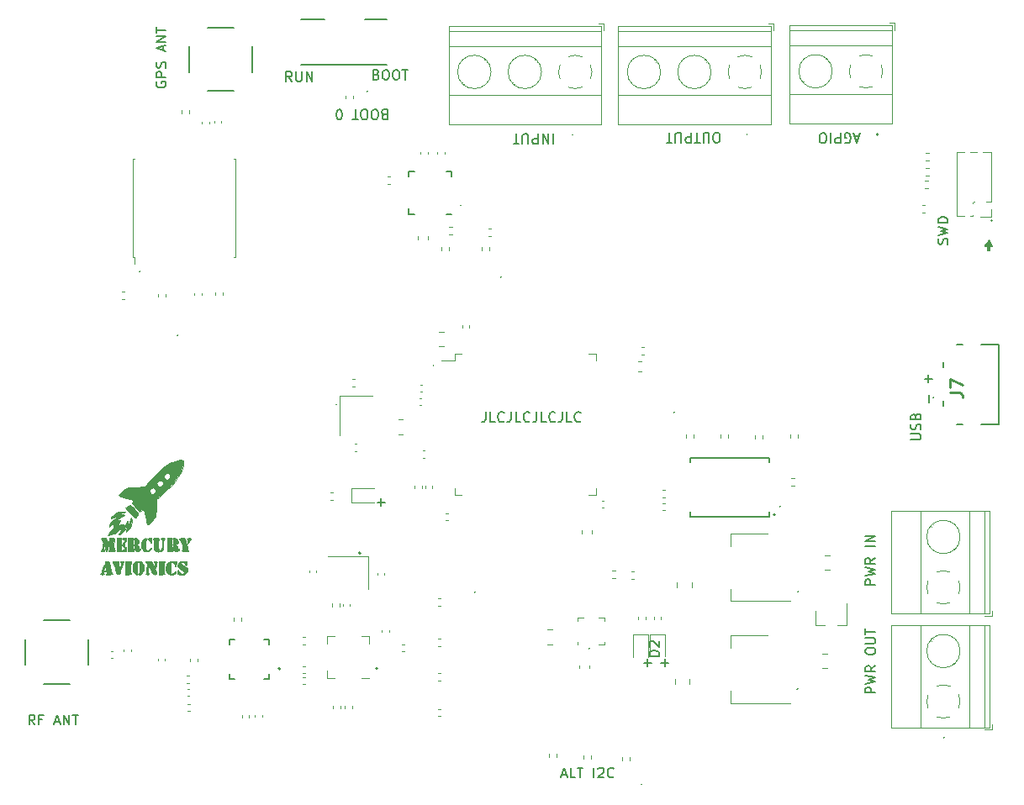
<source format=gbr>
%TF.GenerationSoftware,KiCad,Pcbnew,(5.1.8)-1*%
%TF.CreationDate,2021-01-18T01:00:06-05:00*%
%TF.ProjectId,Mercury,4d657263-7572-4792-9e6b-696361645f70,rev?*%
%TF.SameCoordinates,Original*%
%TF.FileFunction,Legend,Top*%
%TF.FilePolarity,Positive*%
%FSLAX46Y46*%
G04 Gerber Fmt 4.6, Leading zero omitted, Abs format (unit mm)*
G04 Created by KiCad (PCBNEW (5.1.8)-1) date 2021-01-18 01:00:06*
%MOMM*%
%LPD*%
G01*
G04 APERTURE LIST*
%ADD10C,0.150000*%
%ADD11C,0.100000*%
%ADD12C,0.120000*%
%ADD13C,0.200000*%
%ADD14C,0.010000*%
%ADD15C,0.127000*%
%ADD16C,0.254000*%
G04 APERTURE END LIST*
D10*
X62614752Y-56576980D02*
X62614752Y-57291266D01*
X62567133Y-57434123D01*
X62471895Y-57529361D01*
X62329038Y-57576980D01*
X62233800Y-57576980D01*
X63567133Y-57576980D02*
X63090942Y-57576980D01*
X63090942Y-56576980D01*
X64471895Y-57481742D02*
X64424276Y-57529361D01*
X64281419Y-57576980D01*
X64186180Y-57576980D01*
X64043323Y-57529361D01*
X63948085Y-57434123D01*
X63900466Y-57338885D01*
X63852847Y-57148409D01*
X63852847Y-57005552D01*
X63900466Y-56815076D01*
X63948085Y-56719838D01*
X64043323Y-56624600D01*
X64186180Y-56576980D01*
X64281419Y-56576980D01*
X64424276Y-56624600D01*
X64471895Y-56672219D01*
X65186180Y-56576980D02*
X65186180Y-57291266D01*
X65138561Y-57434123D01*
X65043323Y-57529361D01*
X64900466Y-57576980D01*
X64805228Y-57576980D01*
X66138561Y-57576980D02*
X65662371Y-57576980D01*
X65662371Y-56576980D01*
X67043323Y-57481742D02*
X66995704Y-57529361D01*
X66852847Y-57576980D01*
X66757609Y-57576980D01*
X66614752Y-57529361D01*
X66519514Y-57434123D01*
X66471895Y-57338885D01*
X66424276Y-57148409D01*
X66424276Y-57005552D01*
X66471895Y-56815076D01*
X66519514Y-56719838D01*
X66614752Y-56624600D01*
X66757609Y-56576980D01*
X66852847Y-56576980D01*
X66995704Y-56624600D01*
X67043323Y-56672219D01*
X67757609Y-56576980D02*
X67757609Y-57291266D01*
X67709990Y-57434123D01*
X67614752Y-57529361D01*
X67471895Y-57576980D01*
X67376657Y-57576980D01*
X68709990Y-57576980D02*
X68233800Y-57576980D01*
X68233800Y-56576980D01*
X69614752Y-57481742D02*
X69567133Y-57529361D01*
X69424276Y-57576980D01*
X69329038Y-57576980D01*
X69186180Y-57529361D01*
X69090942Y-57434123D01*
X69043323Y-57338885D01*
X68995704Y-57148409D01*
X68995704Y-57005552D01*
X69043323Y-56815076D01*
X69090942Y-56719838D01*
X69186180Y-56624600D01*
X69329038Y-56576980D01*
X69424276Y-56576980D01*
X69567133Y-56624600D01*
X69614752Y-56672219D01*
X70329038Y-56576980D02*
X70329038Y-57291266D01*
X70281419Y-57434123D01*
X70186180Y-57529361D01*
X70043323Y-57576980D01*
X69948085Y-57576980D01*
X71281419Y-57576980D02*
X70805228Y-57576980D01*
X70805228Y-56576980D01*
X72186180Y-57481742D02*
X72138561Y-57529361D01*
X71995704Y-57576980D01*
X71900466Y-57576980D01*
X71757609Y-57529361D01*
X71662371Y-57434123D01*
X71614752Y-57338885D01*
X71567133Y-57148409D01*
X71567133Y-57005552D01*
X71614752Y-56815076D01*
X71662371Y-56719838D01*
X71757609Y-56624600D01*
X71900466Y-56576980D01*
X71995704Y-56576980D01*
X72138561Y-56624600D01*
X72186180Y-56672219D01*
X51601857Y-22559971D02*
X51744714Y-22607590D01*
X51792333Y-22655209D01*
X51839952Y-22750447D01*
X51839952Y-22893304D01*
X51792333Y-22988542D01*
X51744714Y-23036161D01*
X51649476Y-23083780D01*
X51268523Y-23083780D01*
X51268523Y-22083780D01*
X51601857Y-22083780D01*
X51697095Y-22131400D01*
X51744714Y-22179019D01*
X51792333Y-22274257D01*
X51792333Y-22369495D01*
X51744714Y-22464733D01*
X51697095Y-22512352D01*
X51601857Y-22559971D01*
X51268523Y-22559971D01*
X52459000Y-22083780D02*
X52649476Y-22083780D01*
X52744714Y-22131400D01*
X52839952Y-22226638D01*
X52887571Y-22417114D01*
X52887571Y-22750447D01*
X52839952Y-22940923D01*
X52744714Y-23036161D01*
X52649476Y-23083780D01*
X52459000Y-23083780D01*
X52363761Y-23036161D01*
X52268523Y-22940923D01*
X52220904Y-22750447D01*
X52220904Y-22417114D01*
X52268523Y-22226638D01*
X52363761Y-22131400D01*
X52459000Y-22083780D01*
X53506619Y-22083780D02*
X53697095Y-22083780D01*
X53792333Y-22131400D01*
X53887571Y-22226638D01*
X53935190Y-22417114D01*
X53935190Y-22750447D01*
X53887571Y-22940923D01*
X53792333Y-23036161D01*
X53697095Y-23083780D01*
X53506619Y-23083780D01*
X53411380Y-23036161D01*
X53316142Y-22940923D01*
X53268523Y-22750447D01*
X53268523Y-22417114D01*
X53316142Y-22226638D01*
X53411380Y-22131400D01*
X53506619Y-22083780D01*
X54220904Y-22083780D02*
X54792333Y-22083780D01*
X54506619Y-23083780D02*
X54506619Y-22083780D01*
X43102304Y-23261580D02*
X42768971Y-22785390D01*
X42530876Y-23261580D02*
X42530876Y-22261580D01*
X42911828Y-22261580D01*
X43007066Y-22309200D01*
X43054685Y-22356819D01*
X43102304Y-22452057D01*
X43102304Y-22594914D01*
X43054685Y-22690152D01*
X43007066Y-22737771D01*
X42911828Y-22785390D01*
X42530876Y-22785390D01*
X43530876Y-22261580D02*
X43530876Y-23071104D01*
X43578495Y-23166342D01*
X43626114Y-23213961D01*
X43721352Y-23261580D01*
X43911828Y-23261580D01*
X44007066Y-23213961D01*
X44054685Y-23166342D01*
X44102304Y-23071104D01*
X44102304Y-22261580D01*
X44578495Y-23261580D02*
X44578495Y-22261580D01*
X45149923Y-23261580D01*
X45149923Y-22261580D01*
D11*
G36*
X113588800Y-39801800D02*
G01*
X113385600Y-39827200D01*
X113385600Y-40309800D01*
X113080800Y-40309800D01*
X113080800Y-39801800D01*
X112877600Y-39801800D01*
X113258600Y-39243000D01*
X113588800Y-39801800D01*
G37*
X113588800Y-39801800D02*
X113385600Y-39827200D01*
X113385600Y-40309800D01*
X113080800Y-40309800D01*
X113080800Y-39801800D01*
X112877600Y-39801800D01*
X113258600Y-39243000D01*
X113588800Y-39801800D01*
D12*
X113385600Y-40309800D02*
X113080800Y-40309800D01*
X113385600Y-39827200D02*
X113385600Y-40309800D01*
X113080800Y-39827200D02*
X113080800Y-40309800D01*
X113614200Y-39827200D02*
X113284000Y-39217600D01*
X113385600Y-39827200D02*
X113614200Y-39827200D01*
X113284000Y-39217600D02*
X112852200Y-39827200D01*
X112852200Y-39827200D02*
X113080800Y-39827200D01*
D13*
X31603596Y-48844200D02*
G75*
G03*
X31603596Y-48844200I-56796J0D01*
G01*
X64191796Y-42976800D02*
G75*
G03*
X64191796Y-42976800I-56796J0D01*
G01*
X78314196Y-94081600D02*
G75*
G03*
X78314196Y-94081600I-56796J0D01*
G01*
X47554796Y-55829200D02*
G75*
G03*
X47554796Y-55829200I-56796J0D01*
G01*
D10*
X78562247Y-81859428D02*
X79324152Y-81859428D01*
X78943200Y-82240380D02*
X78943200Y-81478476D01*
X80264047Y-81859428D02*
X81025952Y-81859428D01*
X80645000Y-82240380D02*
X80645000Y-81478476D01*
X51689047Y-65654228D02*
X52450952Y-65654228D01*
X52070000Y-66035180D02*
X52070000Y-65273276D01*
D13*
X107727396Y-55092600D02*
G75*
G03*
X107727396Y-55092600I-56796J0D01*
G01*
X60076996Y-35763200D02*
G75*
G03*
X60076996Y-35763200I-56796J0D01*
G01*
X57384596Y-51892200D02*
G75*
G03*
X57384596Y-51892200I-56796J0D01*
G01*
X81616196Y-56591200D02*
G75*
G03*
X81616196Y-56591200I-56796J0D01*
G01*
X92284196Y-66090800D02*
G75*
G03*
X92284196Y-66090800I-56796J0D01*
G01*
X94087596Y-74676000D02*
G75*
G03*
X94087596Y-74676000I-56796J0D01*
G01*
X27818996Y-42392600D02*
G75*
G03*
X27818996Y-42392600I-56796J0D01*
G01*
X50704396Y-24257000D02*
G75*
G03*
X50704396Y-24257000I-56796J0D01*
G01*
X71354596Y-28625800D02*
G75*
G03*
X71354596Y-28625800I-56796J0D01*
G01*
X88956796Y-28625800D02*
G75*
G03*
X88956796Y-28625800I-56796J0D01*
G01*
X102158800Y-28625800D02*
G75*
G03*
X102158800Y-28625800I-101600J0D01*
G01*
X50704396Y-24257000D02*
G75*
G03*
X50704396Y-24257000I-56796J0D01*
G01*
X71354596Y-28625800D02*
G75*
G03*
X71354596Y-28625800I-56796J0D01*
G01*
X88956796Y-28625800D02*
G75*
G03*
X88956796Y-28625800I-56796J0D01*
G01*
X102139396Y-28625800D02*
G75*
G03*
X102139396Y-28625800I-56796J0D01*
G01*
X113620196Y-37261800D02*
G75*
G03*
X113620196Y-37261800I-56796J0D01*
G01*
X108794196Y-89357200D02*
G75*
G03*
X108794196Y-89357200I-56796J0D01*
G01*
X94036796Y-84455000D02*
G75*
G03*
X94036796Y-84455000I-56796J0D01*
G01*
X73056396Y-80391000D02*
G75*
G03*
X73056396Y-80391000I-56796J0D01*
G01*
X61550196Y-74726800D02*
G75*
G03*
X61550196Y-74726800I-56796J0D01*
G01*
X50038000Y-70789800D02*
G75*
G03*
X50038000Y-70789800I-101600J0D01*
G01*
X51739800Y-82397600D02*
G75*
G03*
X51739800Y-82397600I-101600J0D01*
G01*
D10*
X29472000Y-23307371D02*
X29424380Y-23402609D01*
X29424380Y-23545466D01*
X29472000Y-23688323D01*
X29567238Y-23783561D01*
X29662476Y-23831180D01*
X29852952Y-23878800D01*
X29995809Y-23878800D01*
X30186285Y-23831180D01*
X30281523Y-23783561D01*
X30376761Y-23688323D01*
X30424380Y-23545466D01*
X30424380Y-23450228D01*
X30376761Y-23307371D01*
X30329142Y-23259752D01*
X29995809Y-23259752D01*
X29995809Y-23450228D01*
X30424380Y-22831180D02*
X29424380Y-22831180D01*
X29424380Y-22450228D01*
X29472000Y-22354990D01*
X29519619Y-22307371D01*
X29614857Y-22259752D01*
X29757714Y-22259752D01*
X29852952Y-22307371D01*
X29900571Y-22354990D01*
X29948190Y-22450228D01*
X29948190Y-22831180D01*
X30376761Y-21878800D02*
X30424380Y-21735942D01*
X30424380Y-21497847D01*
X30376761Y-21402609D01*
X30329142Y-21354990D01*
X30233904Y-21307371D01*
X30138666Y-21307371D01*
X30043428Y-21354990D01*
X29995809Y-21402609D01*
X29948190Y-21497847D01*
X29900571Y-21688323D01*
X29852952Y-21783561D01*
X29805333Y-21831180D01*
X29710095Y-21878800D01*
X29614857Y-21878800D01*
X29519619Y-21831180D01*
X29472000Y-21783561D01*
X29424380Y-21688323D01*
X29424380Y-21450228D01*
X29472000Y-21307371D01*
X30138666Y-20164514D02*
X30138666Y-19688323D01*
X30424380Y-20259752D02*
X29424380Y-19926419D01*
X30424380Y-19593085D01*
X30424380Y-19259752D02*
X29424380Y-19259752D01*
X30424380Y-18688323D01*
X29424380Y-18688323D01*
X29424380Y-18354990D02*
X29424380Y-17783561D01*
X30424380Y-18069276D02*
X29424380Y-18069276D01*
X52404685Y-26614428D02*
X52261828Y-26566809D01*
X52214209Y-26519190D01*
X52166590Y-26423952D01*
X52166590Y-26281095D01*
X52214209Y-26185857D01*
X52261828Y-26138238D01*
X52357066Y-26090619D01*
X52738019Y-26090619D01*
X52738019Y-27090619D01*
X52404685Y-27090619D01*
X52309447Y-27043000D01*
X52261828Y-26995380D01*
X52214209Y-26900142D01*
X52214209Y-26804904D01*
X52261828Y-26709666D01*
X52309447Y-26662047D01*
X52404685Y-26614428D01*
X52738019Y-26614428D01*
X51547542Y-27090619D02*
X51357066Y-27090619D01*
X51261828Y-27043000D01*
X51166590Y-26947761D01*
X51118971Y-26757285D01*
X51118971Y-26423952D01*
X51166590Y-26233476D01*
X51261828Y-26138238D01*
X51357066Y-26090619D01*
X51547542Y-26090619D01*
X51642780Y-26138238D01*
X51738019Y-26233476D01*
X51785638Y-26423952D01*
X51785638Y-26757285D01*
X51738019Y-26947761D01*
X51642780Y-27043000D01*
X51547542Y-27090619D01*
X50499923Y-27090619D02*
X50309447Y-27090619D01*
X50214209Y-27043000D01*
X50118971Y-26947761D01*
X50071352Y-26757285D01*
X50071352Y-26423952D01*
X50118971Y-26233476D01*
X50214209Y-26138238D01*
X50309447Y-26090619D01*
X50499923Y-26090619D01*
X50595161Y-26138238D01*
X50690400Y-26233476D01*
X50738019Y-26423952D01*
X50738019Y-26757285D01*
X50690400Y-26947761D01*
X50595161Y-27043000D01*
X50499923Y-27090619D01*
X49785638Y-27090619D02*
X49214209Y-27090619D01*
X49499923Y-26090619D02*
X49499923Y-27090619D01*
X47928495Y-27090619D02*
X47833257Y-27090619D01*
X47738019Y-27043000D01*
X47690400Y-26995380D01*
X47642780Y-26900142D01*
X47595161Y-26709666D01*
X47595161Y-26471571D01*
X47642780Y-26281095D01*
X47690400Y-26185857D01*
X47738019Y-26138238D01*
X47833257Y-26090619D01*
X47928495Y-26090619D01*
X48023733Y-26138238D01*
X48071352Y-26185857D01*
X48118971Y-26281095D01*
X48166590Y-26471571D01*
X48166590Y-26709666D01*
X48118971Y-26900142D01*
X48071352Y-26995380D01*
X48023733Y-27043000D01*
X47928495Y-27090619D01*
X69416371Y-28554419D02*
X69416371Y-29554419D01*
X68940180Y-28554419D02*
X68940180Y-29554419D01*
X68368752Y-28554419D01*
X68368752Y-29554419D01*
X67892561Y-28554419D02*
X67892561Y-29554419D01*
X67511609Y-29554419D01*
X67416371Y-29506800D01*
X67368752Y-29459180D01*
X67321133Y-29363942D01*
X67321133Y-29221085D01*
X67368752Y-29125847D01*
X67416371Y-29078228D01*
X67511609Y-29030609D01*
X67892561Y-29030609D01*
X66892561Y-29554419D02*
X66892561Y-28744895D01*
X66844942Y-28649657D01*
X66797323Y-28602038D01*
X66702085Y-28554419D01*
X66511609Y-28554419D01*
X66416371Y-28602038D01*
X66368752Y-28649657D01*
X66321133Y-28744895D01*
X66321133Y-29554419D01*
X65987800Y-29554419D02*
X65416371Y-29554419D01*
X65702085Y-28554419D02*
X65702085Y-29554419D01*
X85970761Y-29427419D02*
X85780285Y-29427419D01*
X85685047Y-29379800D01*
X85589809Y-29284561D01*
X85542190Y-29094085D01*
X85542190Y-28760752D01*
X85589809Y-28570276D01*
X85685047Y-28475038D01*
X85780285Y-28427419D01*
X85970761Y-28427419D01*
X86066000Y-28475038D01*
X86161238Y-28570276D01*
X86208857Y-28760752D01*
X86208857Y-29094085D01*
X86161238Y-29284561D01*
X86066000Y-29379800D01*
X85970761Y-29427419D01*
X85113619Y-29427419D02*
X85113619Y-28617895D01*
X85066000Y-28522657D01*
X85018380Y-28475038D01*
X84923142Y-28427419D01*
X84732666Y-28427419D01*
X84637428Y-28475038D01*
X84589809Y-28522657D01*
X84542190Y-28617895D01*
X84542190Y-29427419D01*
X84208857Y-29427419D02*
X83637428Y-29427419D01*
X83923142Y-28427419D02*
X83923142Y-29427419D01*
X83304095Y-28427419D02*
X83304095Y-29427419D01*
X82923142Y-29427419D01*
X82827904Y-29379800D01*
X82780285Y-29332180D01*
X82732666Y-29236942D01*
X82732666Y-29094085D01*
X82780285Y-28998847D01*
X82827904Y-28951228D01*
X82923142Y-28903609D01*
X83304095Y-28903609D01*
X82304095Y-29427419D02*
X82304095Y-28617895D01*
X82256476Y-28522657D01*
X82208857Y-28475038D01*
X82113619Y-28427419D01*
X81923142Y-28427419D01*
X81827904Y-28475038D01*
X81780285Y-28522657D01*
X81732666Y-28617895D01*
X81732666Y-29427419D01*
X81399333Y-29427419D02*
X80827904Y-29427419D01*
X81113619Y-28427419D02*
X81113619Y-29427419D01*
X100247200Y-28763933D02*
X99771009Y-28763933D01*
X100342438Y-28478219D02*
X100009104Y-29478219D01*
X99675771Y-28478219D01*
X98818628Y-29430600D02*
X98913866Y-29478219D01*
X99056723Y-29478219D01*
X99199580Y-29430600D01*
X99294819Y-29335361D01*
X99342438Y-29240123D01*
X99390057Y-29049647D01*
X99390057Y-28906790D01*
X99342438Y-28716314D01*
X99294819Y-28621076D01*
X99199580Y-28525838D01*
X99056723Y-28478219D01*
X98961485Y-28478219D01*
X98818628Y-28525838D01*
X98771009Y-28573457D01*
X98771009Y-28906790D01*
X98961485Y-28906790D01*
X98342438Y-28478219D02*
X98342438Y-29478219D01*
X97961485Y-29478219D01*
X97866247Y-29430600D01*
X97818628Y-29382980D01*
X97771009Y-29287742D01*
X97771009Y-29144885D01*
X97818628Y-29049647D01*
X97866247Y-29002028D01*
X97961485Y-28954409D01*
X98342438Y-28954409D01*
X97342438Y-28478219D02*
X97342438Y-29478219D01*
X96675771Y-29478219D02*
X96485295Y-29478219D01*
X96390057Y-29430600D01*
X96294819Y-29335361D01*
X96247200Y-29144885D01*
X96247200Y-28811552D01*
X96294819Y-28621076D01*
X96390057Y-28525838D01*
X96485295Y-28478219D01*
X96675771Y-28478219D01*
X96771009Y-28525838D01*
X96866247Y-28621076D01*
X96913866Y-28811552D01*
X96913866Y-29144885D01*
X96866247Y-29335361D01*
X96771009Y-29430600D01*
X96675771Y-29478219D01*
X109116761Y-39660342D02*
X109164380Y-39517485D01*
X109164380Y-39279390D01*
X109116761Y-39184152D01*
X109069142Y-39136533D01*
X108973904Y-39088914D01*
X108878666Y-39088914D01*
X108783428Y-39136533D01*
X108735809Y-39184152D01*
X108688190Y-39279390D01*
X108640571Y-39469866D01*
X108592952Y-39565104D01*
X108545333Y-39612723D01*
X108450095Y-39660342D01*
X108354857Y-39660342D01*
X108259619Y-39612723D01*
X108212000Y-39565104D01*
X108164380Y-39469866D01*
X108164380Y-39231771D01*
X108212000Y-39088914D01*
X108164380Y-38755580D02*
X109164380Y-38517485D01*
X108450095Y-38327009D01*
X109164380Y-38136533D01*
X108164380Y-37898438D01*
X109164380Y-37517485D02*
X108164380Y-37517485D01*
X108164380Y-37279390D01*
X108212000Y-37136533D01*
X108307238Y-37041295D01*
X108402476Y-36993676D01*
X108592952Y-36946057D01*
X108735809Y-36946057D01*
X108926285Y-36993676D01*
X109021523Y-37041295D01*
X109116761Y-37136533D01*
X109164380Y-37279390D01*
X109164380Y-37517485D01*
D12*
X113643722Y-37261800D02*
G75*
G03*
X113643722Y-37261800I-80322J0D01*
G01*
D10*
X106832447Y-53233628D02*
X107594352Y-53233628D01*
X107213400Y-53614580D02*
X107213400Y-52852676D01*
X107234028Y-55651352D02*
X107234028Y-54889447D01*
X105446580Y-59351704D02*
X106256104Y-59351704D01*
X106351342Y-59304085D01*
X106398961Y-59256466D01*
X106446580Y-59161228D01*
X106446580Y-58970752D01*
X106398961Y-58875514D01*
X106351342Y-58827895D01*
X106256104Y-58780276D01*
X105446580Y-58780276D01*
X106398961Y-58351704D02*
X106446580Y-58208847D01*
X106446580Y-57970752D01*
X106398961Y-57875514D01*
X106351342Y-57827895D01*
X106256104Y-57780276D01*
X106160866Y-57780276D01*
X106065628Y-57827895D01*
X106018009Y-57875514D01*
X105970390Y-57970752D01*
X105922771Y-58161228D01*
X105875152Y-58256466D01*
X105827533Y-58304085D01*
X105732295Y-58351704D01*
X105637057Y-58351704D01*
X105541819Y-58304085D01*
X105494200Y-58256466D01*
X105446580Y-58161228D01*
X105446580Y-57923133D01*
X105494200Y-57780276D01*
X105922771Y-57018371D02*
X105970390Y-56875514D01*
X106018009Y-56827895D01*
X106113247Y-56780276D01*
X106256104Y-56780276D01*
X106351342Y-56827895D01*
X106398961Y-56875514D01*
X106446580Y-56970752D01*
X106446580Y-57351704D01*
X105446580Y-57351704D01*
X105446580Y-57018371D01*
X105494200Y-56923133D01*
X105541819Y-56875514D01*
X105637057Y-56827895D01*
X105732295Y-56827895D01*
X105827533Y-56875514D01*
X105875152Y-56923133D01*
X105922771Y-57018371D01*
X105922771Y-57351704D01*
X101849180Y-74002590D02*
X100849180Y-74002590D01*
X100849180Y-73621638D01*
X100896800Y-73526400D01*
X100944419Y-73478780D01*
X101039657Y-73431161D01*
X101182514Y-73431161D01*
X101277752Y-73478780D01*
X101325371Y-73526400D01*
X101372990Y-73621638D01*
X101372990Y-74002590D01*
X100849180Y-73097828D02*
X101849180Y-72859733D01*
X101134895Y-72669257D01*
X101849180Y-72478780D01*
X100849180Y-72240685D01*
X101849180Y-71288304D02*
X101372990Y-71621638D01*
X101849180Y-71859733D02*
X100849180Y-71859733D01*
X100849180Y-71478780D01*
X100896800Y-71383542D01*
X100944419Y-71335923D01*
X101039657Y-71288304D01*
X101182514Y-71288304D01*
X101277752Y-71335923D01*
X101325371Y-71383542D01*
X101372990Y-71478780D01*
X101372990Y-71859733D01*
X101849180Y-70097828D02*
X100849180Y-70097828D01*
X101849180Y-69621638D02*
X100849180Y-69621638D01*
X101849180Y-69050209D01*
X100849180Y-69050209D01*
X101874580Y-84854657D02*
X100874580Y-84854657D01*
X100874580Y-84473704D01*
X100922200Y-84378466D01*
X100969819Y-84330847D01*
X101065057Y-84283228D01*
X101207914Y-84283228D01*
X101303152Y-84330847D01*
X101350771Y-84378466D01*
X101398390Y-84473704D01*
X101398390Y-84854657D01*
X100874580Y-83949895D02*
X101874580Y-83711800D01*
X101160295Y-83521323D01*
X101874580Y-83330847D01*
X100874580Y-83092752D01*
X101874580Y-82140371D02*
X101398390Y-82473704D01*
X101874580Y-82711800D02*
X100874580Y-82711800D01*
X100874580Y-82330847D01*
X100922200Y-82235609D01*
X100969819Y-82187990D01*
X101065057Y-82140371D01*
X101207914Y-82140371D01*
X101303152Y-82187990D01*
X101350771Y-82235609D01*
X101398390Y-82330847D01*
X101398390Y-82711800D01*
X100874580Y-80759419D02*
X100874580Y-80568942D01*
X100922200Y-80473704D01*
X101017438Y-80378466D01*
X101207914Y-80330847D01*
X101541247Y-80330847D01*
X101731723Y-80378466D01*
X101826961Y-80473704D01*
X101874580Y-80568942D01*
X101874580Y-80759419D01*
X101826961Y-80854657D01*
X101731723Y-80949895D01*
X101541247Y-80997514D01*
X101207914Y-80997514D01*
X101017438Y-80949895D01*
X100922200Y-80854657D01*
X100874580Y-80759419D01*
X100874580Y-79902276D02*
X101684104Y-79902276D01*
X101779342Y-79854657D01*
X101826961Y-79807038D01*
X101874580Y-79711800D01*
X101874580Y-79521323D01*
X101826961Y-79426085D01*
X101779342Y-79378466D01*
X101684104Y-79330847D01*
X100874580Y-79330847D01*
X100874580Y-78997514D02*
X100874580Y-78426085D01*
X101874580Y-78711800D02*
X100874580Y-78711800D01*
X70278952Y-93130666D02*
X70755142Y-93130666D01*
X70183714Y-93416380D02*
X70517047Y-92416380D01*
X70850380Y-93416380D01*
X71659904Y-93416380D02*
X71183714Y-93416380D01*
X71183714Y-92416380D01*
X71850380Y-92416380D02*
X72421809Y-92416380D01*
X72136095Y-93416380D02*
X72136095Y-92416380D01*
X73517047Y-93416380D02*
X73517047Y-92416380D01*
X73945619Y-92511619D02*
X73993238Y-92464000D01*
X74088476Y-92416380D01*
X74326571Y-92416380D01*
X74421809Y-92464000D01*
X74469428Y-92511619D01*
X74517047Y-92606857D01*
X74517047Y-92702095D01*
X74469428Y-92844952D01*
X73898000Y-93416380D01*
X74517047Y-93416380D01*
X75517047Y-93321142D02*
X75469428Y-93368761D01*
X75326571Y-93416380D01*
X75231333Y-93416380D01*
X75088476Y-93368761D01*
X74993238Y-93273523D01*
X74945619Y-93178285D01*
X74898000Y-92987809D01*
X74898000Y-92844952D01*
X74945619Y-92654476D01*
X74993238Y-92559238D01*
X75088476Y-92464000D01*
X75231333Y-92416380D01*
X75326571Y-92416380D01*
X75469428Y-92464000D01*
X75517047Y-92511619D01*
X17216666Y-88082380D02*
X16883333Y-87606190D01*
X16645238Y-88082380D02*
X16645238Y-87082380D01*
X17026190Y-87082380D01*
X17121428Y-87130000D01*
X17169047Y-87177619D01*
X17216666Y-87272857D01*
X17216666Y-87415714D01*
X17169047Y-87510952D01*
X17121428Y-87558571D01*
X17026190Y-87606190D01*
X16645238Y-87606190D01*
X17978571Y-87558571D02*
X17645238Y-87558571D01*
X17645238Y-88082380D02*
X17645238Y-87082380D01*
X18121428Y-87082380D01*
X19216666Y-87796666D02*
X19692857Y-87796666D01*
X19121428Y-88082380D02*
X19454761Y-87082380D01*
X19788095Y-88082380D01*
X20121428Y-88082380D02*
X20121428Y-87082380D01*
X20692857Y-88082380D01*
X20692857Y-87082380D01*
X21026190Y-87082380D02*
X21597619Y-87082380D01*
X21311904Y-88082380D02*
X21311904Y-87082380D01*
D14*
%TO.C,G1*%
G36*
X27593665Y-71636538D02*
G01*
X27564026Y-71677093D01*
X27538770Y-71752917D01*
X27520262Y-71912292D01*
X27510169Y-72137295D01*
X27508800Y-72270800D01*
X27513986Y-72522243D01*
X27528433Y-72717150D01*
X27550474Y-72837598D01*
X27564026Y-72864506D01*
X27596102Y-72924554D01*
X27552655Y-72948417D01*
X27454543Y-72932050D01*
X27377136Y-72900762D01*
X27196407Y-72759918D01*
X27087575Y-72548201D01*
X27051600Y-72270800D01*
X27088347Y-71990795D01*
X27197944Y-71779817D01*
X27377136Y-71640837D01*
X27498262Y-71598065D01*
X27577392Y-71597980D01*
X27593665Y-71636538D01*
G37*
X27593665Y-71636538D02*
X27564026Y-71677093D01*
X27538770Y-71752917D01*
X27520262Y-71912292D01*
X27510169Y-72137295D01*
X27508800Y-72270800D01*
X27513986Y-72522243D01*
X27528433Y-72717150D01*
X27550474Y-72837598D01*
X27564026Y-72864506D01*
X27596102Y-72924554D01*
X27552655Y-72948417D01*
X27454543Y-72932050D01*
X27377136Y-72900762D01*
X27196407Y-72759918D01*
X27087575Y-72548201D01*
X27051600Y-72270800D01*
X27088347Y-71990795D01*
X27197944Y-71779817D01*
X27377136Y-71640837D01*
X27498262Y-71598065D01*
X27577392Y-71597980D01*
X27593665Y-71636538D01*
G36*
X27783119Y-71589723D02*
G01*
X27906201Y-71656441D01*
X28042200Y-71768931D01*
X28123474Y-71856720D01*
X28169275Y-71943007D01*
X28189629Y-72060816D01*
X28194567Y-72243172D01*
X28194600Y-72270800D01*
X28190832Y-72463063D01*
X28172844Y-72586839D01*
X28130607Y-72675151D01*
X28054092Y-72761026D01*
X28042200Y-72772668D01*
X27903862Y-72886758D01*
X27781222Y-72952570D01*
X27693823Y-72962948D01*
X27661200Y-72912221D01*
X27690850Y-72824270D01*
X27712000Y-72804200D01*
X27733930Y-72742569D01*
X27750994Y-72601969D01*
X27761038Y-72404997D01*
X27762800Y-72270800D01*
X27757934Y-72051072D01*
X27744774Y-71874319D01*
X27725469Y-71763136D01*
X27712000Y-71737400D01*
X27665839Y-71664148D01*
X27661200Y-71629378D01*
X27694937Y-71578316D01*
X27783119Y-71589723D01*
G37*
X27783119Y-71589723D02*
X27906201Y-71656441D01*
X28042200Y-71768931D01*
X28123474Y-71856720D01*
X28169275Y-71943007D01*
X28189629Y-72060816D01*
X28194567Y-72243172D01*
X28194600Y-72270800D01*
X28190832Y-72463063D01*
X28172844Y-72586839D01*
X28130607Y-72675151D01*
X28054092Y-72761026D01*
X28042200Y-72772668D01*
X27903862Y-72886758D01*
X27781222Y-72952570D01*
X27693823Y-72962948D01*
X27661200Y-72912221D01*
X27690850Y-72824270D01*
X27712000Y-72804200D01*
X27733930Y-72742569D01*
X27750994Y-72601969D01*
X27761038Y-72404997D01*
X27762800Y-72270800D01*
X27757934Y-72051072D01*
X27744774Y-71874319D01*
X27725469Y-71763136D01*
X27712000Y-71737400D01*
X27665839Y-71664148D01*
X27661200Y-71629378D01*
X27694937Y-71578316D01*
X27783119Y-71589723D01*
G36*
X30954941Y-71641228D02*
G01*
X30947896Y-71705596D01*
X30912400Y-71737400D01*
X30890469Y-71799030D01*
X30873405Y-71939630D01*
X30863361Y-72136602D01*
X30861600Y-72270800D01*
X30866465Y-72490527D01*
X30879625Y-72667280D01*
X30898930Y-72778463D01*
X30912400Y-72804200D01*
X30958244Y-72870611D01*
X30952431Y-72946038D01*
X30899700Y-72979966D01*
X30812205Y-72955674D01*
X30697138Y-72902478D01*
X30571868Y-72800843D01*
X30481238Y-72678434D01*
X30422517Y-72485863D01*
X30407801Y-72253433D01*
X30437301Y-72031178D01*
X30478003Y-71920221D01*
X30582865Y-71779849D01*
X30722674Y-71667830D01*
X30860498Y-71612266D01*
X30885212Y-71610400D01*
X30954941Y-71641228D01*
G37*
X30954941Y-71641228D02*
X30947896Y-71705596D01*
X30912400Y-71737400D01*
X30890469Y-71799030D01*
X30873405Y-71939630D01*
X30863361Y-72136602D01*
X30861600Y-72270800D01*
X30866465Y-72490527D01*
X30879625Y-72667280D01*
X30898930Y-72778463D01*
X30912400Y-72804200D01*
X30958244Y-72870611D01*
X30952431Y-72946038D01*
X30899700Y-72979966D01*
X30812205Y-72955674D01*
X30697138Y-72902478D01*
X30571868Y-72800843D01*
X30481238Y-72678434D01*
X30422517Y-72485863D01*
X30407801Y-72253433D01*
X30437301Y-72031178D01*
X30478003Y-71920221D01*
X30582865Y-71779849D01*
X30722674Y-71667830D01*
X30860498Y-71612266D01*
X30885212Y-71610400D01*
X30954941Y-71641228D01*
G36*
X31423313Y-72608993D02*
G01*
X31433420Y-72687527D01*
X31372282Y-72789251D01*
X31264916Y-72890734D01*
X31149201Y-72950626D01*
X31058273Y-72953525D01*
X31042341Y-72942608D01*
X31015815Y-72870971D01*
X31072159Y-72830435D01*
X31086512Y-72829600D01*
X31165233Y-72792614D01*
X31258697Y-72702695D01*
X31265769Y-72693896D01*
X31360219Y-72603926D01*
X31423313Y-72608993D01*
G37*
X31423313Y-72608993D02*
X31433420Y-72687527D01*
X31372282Y-72789251D01*
X31264916Y-72890734D01*
X31149201Y-72950626D01*
X31058273Y-72953525D01*
X31042341Y-72942608D01*
X31015815Y-72870971D01*
X31072159Y-72830435D01*
X31086512Y-72829600D01*
X31165233Y-72792614D01*
X31258697Y-72702695D01*
X31265769Y-72693896D01*
X31360219Y-72603926D01*
X31423313Y-72608993D01*
G36*
X31685055Y-72520453D02*
G01*
X31749821Y-72624894D01*
X31835437Y-72748030D01*
X31930348Y-72830642D01*
X31998672Y-72890857D01*
X32003024Y-72933748D01*
X31977910Y-72962735D01*
X31931722Y-72972293D01*
X31835717Y-72963596D01*
X31712500Y-72945614D01*
X31625563Y-72922776D01*
X31584880Y-72869087D01*
X31573217Y-72754152D01*
X31572800Y-72699225D01*
X31586034Y-72542116D01*
X31624213Y-72482205D01*
X31685055Y-72520453D01*
G37*
X31685055Y-72520453D02*
X31749821Y-72624894D01*
X31835437Y-72748030D01*
X31930348Y-72830642D01*
X31998672Y-72890857D01*
X32003024Y-72933748D01*
X31977910Y-72962735D01*
X31931722Y-72972293D01*
X31835717Y-72963596D01*
X31712500Y-72945614D01*
X31625563Y-72922776D01*
X31584880Y-72869087D01*
X31573217Y-72754152D01*
X31572800Y-72699225D01*
X31586034Y-72542116D01*
X31624213Y-72482205D01*
X31685055Y-72520453D01*
G36*
X32036812Y-71599543D02*
G01*
X32048537Y-71609240D01*
X32072817Y-71669178D01*
X32017300Y-71717688D01*
X31937414Y-71796099D01*
X31957798Y-71885057D01*
X32078707Y-71985091D01*
X32172890Y-72037381D01*
X32325733Y-72123764D01*
X32446872Y-72207965D01*
X32487850Y-72246184D01*
X32552747Y-72395843D01*
X32549442Y-72575120D01*
X32482008Y-72742225D01*
X32433860Y-72800367D01*
X32314098Y-72894738D01*
X32198227Y-72952789D01*
X32111950Y-72965261D01*
X32080800Y-72927523D01*
X32117816Y-72849792D01*
X32165253Y-72804446D01*
X32222457Y-72716565D01*
X32191978Y-72619930D01*
X32082901Y-72536752D01*
X32050067Y-72522772D01*
X31807823Y-72396495D01*
X31653710Y-72238804D01*
X31592004Y-72056467D01*
X31626979Y-71856253D01*
X31627827Y-71854194D01*
X31708451Y-71732509D01*
X31823261Y-71637994D01*
X31942599Y-71587917D01*
X32036812Y-71599543D01*
G37*
X32036812Y-71599543D02*
X32048537Y-71609240D01*
X32072817Y-71669178D01*
X32017300Y-71717688D01*
X31937414Y-71796099D01*
X31957798Y-71885057D01*
X32078707Y-71985091D01*
X32172890Y-72037381D01*
X32325733Y-72123764D01*
X32446872Y-72207965D01*
X32487850Y-72246184D01*
X32552747Y-72395843D01*
X32549442Y-72575120D01*
X32482008Y-72742225D01*
X32433860Y-72800367D01*
X32314098Y-72894738D01*
X32198227Y-72952789D01*
X32111950Y-72965261D01*
X32080800Y-72927523D01*
X32117816Y-72849792D01*
X32165253Y-72804446D01*
X32222457Y-72716565D01*
X32191978Y-72619930D01*
X32082901Y-72536752D01*
X32050067Y-72522772D01*
X31807823Y-72396495D01*
X31653710Y-72238804D01*
X31592004Y-72056467D01*
X31626979Y-71856253D01*
X31627827Y-71854194D01*
X31708451Y-71732509D01*
X31823261Y-71637994D01*
X31942599Y-71587917D01*
X32036812Y-71599543D01*
G36*
X24229240Y-71970745D02*
G01*
X24232432Y-72056945D01*
X24210068Y-72209009D01*
X24166902Y-72395824D01*
X24160908Y-72417809D01*
X24110984Y-72608708D01*
X24090859Y-72724057D01*
X24099047Y-72784968D01*
X24133125Y-72812198D01*
X24204470Y-72859067D01*
X24185281Y-72900667D01*
X24086515Y-72926934D01*
X24003600Y-72931200D01*
X23876308Y-72923985D01*
X23805553Y-72905965D01*
X23800400Y-72898700D01*
X23835409Y-72843987D01*
X23873510Y-72809800D01*
X23920022Y-72737565D01*
X23981346Y-72593228D01*
X24046841Y-72403048D01*
X24071368Y-72321600D01*
X24136464Y-72115605D01*
X24187845Y-71993192D01*
X24222421Y-71961225D01*
X24229240Y-71970745D01*
G37*
X24229240Y-71970745D02*
X24232432Y-72056945D01*
X24210068Y-72209009D01*
X24166902Y-72395824D01*
X24160908Y-72417809D01*
X24110984Y-72608708D01*
X24090859Y-72724057D01*
X24099047Y-72784968D01*
X24133125Y-72812198D01*
X24204470Y-72859067D01*
X24185281Y-72900667D01*
X24086515Y-72926934D01*
X24003600Y-72931200D01*
X23876308Y-72923985D01*
X23805553Y-72905965D01*
X23800400Y-72898700D01*
X23835409Y-72843987D01*
X23873510Y-72809800D01*
X23920022Y-72737565D01*
X23981346Y-72593228D01*
X24046841Y-72403048D01*
X24071368Y-72321600D01*
X24136464Y-72115605D01*
X24187845Y-71993192D01*
X24222421Y-71961225D01*
X24229240Y-71970745D01*
G36*
X24603614Y-71619057D02*
G01*
X24648445Y-71653088D01*
X24685726Y-71727551D01*
X24723941Y-71857919D01*
X24771571Y-72059663D01*
X24819411Y-72270800D01*
X24871019Y-72482959D01*
X24919917Y-72658398D01*
X24959010Y-72772822D01*
X24974399Y-72801660D01*
X25015608Y-72867594D01*
X24982330Y-72907896D01*
X24864984Y-72927370D01*
X24716070Y-72931200D01*
X24412540Y-72931200D01*
X24443020Y-72778800D01*
X24455498Y-72673799D01*
X24416734Y-72633060D01*
X24311751Y-72626400D01*
X24206597Y-72613121D01*
X24179705Y-72578751D01*
X24181400Y-72575600D01*
X24253051Y-72532924D01*
X24311398Y-72524800D01*
X24367914Y-72522489D01*
X24396689Y-72501851D01*
X24398875Y-72442327D01*
X24375628Y-72323360D01*
X24332783Y-72143800D01*
X24279591Y-71909257D01*
X24258142Y-71755560D01*
X24272381Y-71665830D01*
X24326249Y-71623191D01*
X24423688Y-71610764D01*
X24457376Y-71610400D01*
X24542752Y-71609985D01*
X24603614Y-71619057D01*
G37*
X24603614Y-71619057D02*
X24648445Y-71653088D01*
X24685726Y-71727551D01*
X24723941Y-71857919D01*
X24771571Y-72059663D01*
X24819411Y-72270800D01*
X24871019Y-72482959D01*
X24919917Y-72658398D01*
X24959010Y-72772822D01*
X24974399Y-72801660D01*
X25015608Y-72867594D01*
X24982330Y-72907896D01*
X24864984Y-72927370D01*
X24716070Y-72931200D01*
X24412540Y-72931200D01*
X24443020Y-72778800D01*
X24455498Y-72673799D01*
X24416734Y-72633060D01*
X24311751Y-72626400D01*
X24206597Y-72613121D01*
X24179705Y-72578751D01*
X24181400Y-72575600D01*
X24253051Y-72532924D01*
X24311398Y-72524800D01*
X24367914Y-72522489D01*
X24396689Y-72501851D01*
X24398875Y-72442327D01*
X24375628Y-72323360D01*
X24332783Y-72143800D01*
X24279591Y-71909257D01*
X24258142Y-71755560D01*
X24272381Y-71665830D01*
X24326249Y-71623191D01*
X24423688Y-71610764D01*
X24457376Y-71610400D01*
X24542752Y-71609985D01*
X24603614Y-71619057D01*
G36*
X25546511Y-71612622D02*
G01*
X25633737Y-71625685D01*
X25662316Y-71659184D01*
X25653722Y-71722710D01*
X25651407Y-71732033D01*
X25649918Y-71839145D01*
X25674382Y-72008420D01*
X25719617Y-72205305D01*
X25725686Y-72227333D01*
X25789955Y-72514460D01*
X25797768Y-72721720D01*
X25748288Y-72854274D01*
X25640676Y-72917280D01*
X25612855Y-72921902D01*
X25499986Y-72911810D01*
X25453957Y-72871102D01*
X25430829Y-72797198D01*
X25385506Y-72649090D01*
X25325031Y-72449873D01*
X25270948Y-72270800D01*
X25201988Y-72053525D01*
X25138945Y-71875631D01*
X25089560Y-71757767D01*
X25064585Y-71720361D01*
X25021580Y-71685103D01*
X25063204Y-71651199D01*
X25172590Y-71624543D01*
X25332867Y-71611032D01*
X25379165Y-71610400D01*
X25546511Y-71612622D01*
G37*
X25546511Y-71612622D02*
X25633737Y-71625685D01*
X25662316Y-71659184D01*
X25653722Y-71722710D01*
X25651407Y-71732033D01*
X25649918Y-71839145D01*
X25674382Y-72008420D01*
X25719617Y-72205305D01*
X25725686Y-72227333D01*
X25789955Y-72514460D01*
X25797768Y-72721720D01*
X25748288Y-72854274D01*
X25640676Y-72917280D01*
X25612855Y-72921902D01*
X25499986Y-72911810D01*
X25453957Y-72871102D01*
X25430829Y-72797198D01*
X25385506Y-72649090D01*
X25325031Y-72449873D01*
X25270948Y-72270800D01*
X25201988Y-72053525D01*
X25138945Y-71875631D01*
X25089560Y-71757767D01*
X25064585Y-71720361D01*
X25021580Y-71685103D01*
X25063204Y-71651199D01*
X25172590Y-71624543D01*
X25332867Y-71611032D01*
X25379165Y-71610400D01*
X25546511Y-71612622D01*
G36*
X26840772Y-71621452D02*
G01*
X26937953Y-71652569D01*
X26943633Y-71700696D01*
X26899200Y-71737400D01*
X26877542Y-71799118D01*
X26860673Y-71941210D01*
X26850507Y-72142489D01*
X26848400Y-72299198D01*
X26853038Y-72542398D01*
X26866067Y-72719196D01*
X26886158Y-72815725D01*
X26899200Y-72829600D01*
X26948523Y-72868257D01*
X26950000Y-72880400D01*
X26903942Y-72907725D01*
X26784586Y-72926156D01*
X26657900Y-72931200D01*
X26365800Y-72931200D01*
X26365800Y-71610400D01*
X26657900Y-71610400D01*
X26840772Y-71621452D01*
G37*
X26840772Y-71621452D02*
X26937953Y-71652569D01*
X26943633Y-71700696D01*
X26899200Y-71737400D01*
X26877542Y-71799118D01*
X26860673Y-71941210D01*
X26850507Y-72142489D01*
X26848400Y-72299198D01*
X26853038Y-72542398D01*
X26866067Y-72719196D01*
X26886158Y-72815725D01*
X26899200Y-72829600D01*
X26948523Y-72868257D01*
X26950000Y-72880400D01*
X26903942Y-72907725D01*
X26784586Y-72926156D01*
X26657900Y-72931200D01*
X26365800Y-72931200D01*
X26365800Y-71610400D01*
X26657900Y-71610400D01*
X26840772Y-71621452D01*
G36*
X28542035Y-72061103D02*
G01*
X28550200Y-72067600D01*
X28599400Y-72155672D01*
X28623224Y-72324042D01*
X28626400Y-72451822D01*
X28633876Y-72623536D01*
X28653357Y-72751670D01*
X28677200Y-72804200D01*
X28729201Y-72863573D01*
X28690789Y-72909498D01*
X28573124Y-72930814D01*
X28550200Y-72931200D01*
X28432668Y-72919191D01*
X28373931Y-72889663D01*
X28372400Y-72883398D01*
X28409326Y-72814597D01*
X28423200Y-72804200D01*
X28447587Y-72741644D01*
X28465577Y-72605013D01*
X28473811Y-72421782D01*
X28474000Y-72388581D01*
X28476302Y-72195463D01*
X28485808Y-72087463D01*
X28506419Y-72048152D01*
X28542035Y-72061103D01*
G37*
X28542035Y-72061103D02*
X28550200Y-72067600D01*
X28599400Y-72155672D01*
X28623224Y-72324042D01*
X28626400Y-72451822D01*
X28633876Y-72623536D01*
X28653357Y-72751670D01*
X28677200Y-72804200D01*
X28729201Y-72863573D01*
X28690789Y-72909498D01*
X28573124Y-72930814D01*
X28550200Y-72931200D01*
X28432668Y-72919191D01*
X28373931Y-72889663D01*
X28372400Y-72883398D01*
X28409326Y-72814597D01*
X28423200Y-72804200D01*
X28447587Y-72741644D01*
X28465577Y-72605013D01*
X28473811Y-72421782D01*
X28474000Y-72388581D01*
X28476302Y-72195463D01*
X28485808Y-72087463D01*
X28506419Y-72048152D01*
X28542035Y-72061103D01*
G36*
X29177208Y-72083324D02*
G01*
X29321391Y-72361514D01*
X29407011Y-72572085D01*
X29438779Y-72726909D01*
X29439200Y-72743724D01*
X29431758Y-72867396D01*
X29393201Y-72919831D01*
X29299181Y-72931165D01*
X29287739Y-72931200D01*
X29208763Y-72922299D01*
X29141925Y-72883946D01*
X29070466Y-72798664D01*
X28977623Y-72648975D01*
X28919439Y-72547164D01*
X28794263Y-72330088D01*
X28662932Y-72109690D01*
X28551086Y-71928896D01*
X28537500Y-71907730D01*
X28449827Y-71768884D01*
X28389956Y-71667905D01*
X28372400Y-71631365D01*
X28418289Y-71619736D01*
X28536346Y-71612123D01*
X28643808Y-71610400D01*
X28915217Y-71610400D01*
X29177208Y-72083324D01*
G37*
X29177208Y-72083324D02*
X29321391Y-72361514D01*
X29407011Y-72572085D01*
X29438779Y-72726909D01*
X29439200Y-72743724D01*
X29431758Y-72867396D01*
X29393201Y-72919831D01*
X29299181Y-72931165D01*
X29287739Y-72931200D01*
X29208763Y-72922299D01*
X29141925Y-72883946D01*
X29070466Y-72798664D01*
X28977623Y-72648975D01*
X28919439Y-72547164D01*
X28794263Y-72330088D01*
X28662932Y-72109690D01*
X28551086Y-71928896D01*
X28537500Y-71907730D01*
X28449827Y-71768884D01*
X28389956Y-71667905D01*
X28372400Y-71631365D01*
X28418289Y-71619736D01*
X28536346Y-71612123D01*
X28643808Y-71610400D01*
X28915217Y-71610400D01*
X29177208Y-72083324D01*
G36*
X30193572Y-71621452D02*
G01*
X30290753Y-71652569D01*
X30296433Y-71700696D01*
X30252000Y-71737400D01*
X30230342Y-71799118D01*
X30213473Y-71941210D01*
X30203307Y-72142489D01*
X30201200Y-72299198D01*
X30205838Y-72542398D01*
X30218867Y-72719196D01*
X30238958Y-72815725D01*
X30252000Y-72829600D01*
X30301323Y-72868257D01*
X30302800Y-72880400D01*
X30256742Y-72907725D01*
X30137386Y-72926156D01*
X30010700Y-72931200D01*
X29718600Y-72931200D01*
X29718600Y-71610400D01*
X30010700Y-71610400D01*
X30193572Y-71621452D01*
G37*
X30193572Y-71621452D02*
X30290753Y-71652569D01*
X30296433Y-71700696D01*
X30252000Y-71737400D01*
X30230342Y-71799118D01*
X30213473Y-71941210D01*
X30203307Y-72142489D01*
X30201200Y-72299198D01*
X30205838Y-72542398D01*
X30218867Y-72719196D01*
X30238958Y-72815725D01*
X30252000Y-72829600D01*
X30301323Y-72868257D01*
X30302800Y-72880400D01*
X30256742Y-72907725D01*
X30137386Y-72926156D01*
X30010700Y-72931200D01*
X29718600Y-72931200D01*
X29718600Y-71610400D01*
X30010700Y-71610400D01*
X30193572Y-71621452D01*
G36*
X26146250Y-71620707D02*
G01*
X26180967Y-71660206D01*
X26130231Y-71741762D01*
X26108549Y-71766391D01*
X26050197Y-71865059D01*
X25988966Y-72020003D01*
X25959361Y-72118546D01*
X25907863Y-72300114D01*
X25870680Y-72392275D01*
X25842022Y-72405215D01*
X25820494Y-72362875D01*
X25819883Y-72278117D01*
X25843180Y-72135462D01*
X25865346Y-72042200D01*
X25901632Y-71887021D01*
X25904844Y-71798207D01*
X25874263Y-71745813D01*
X25857933Y-71732377D01*
X25809126Y-71669025D01*
X25856227Y-71627440D01*
X25995296Y-71610613D01*
X26018666Y-71610400D01*
X26146250Y-71620707D01*
G37*
X26146250Y-71620707D02*
X26180967Y-71660206D01*
X26130231Y-71741762D01*
X26108549Y-71766391D01*
X26050197Y-71865059D01*
X25988966Y-72020003D01*
X25959361Y-72118546D01*
X25907863Y-72300114D01*
X25870680Y-72392275D01*
X25842022Y-72405215D01*
X25820494Y-72362875D01*
X25819883Y-72278117D01*
X25843180Y-72135462D01*
X25865346Y-72042200D01*
X25901632Y-71887021D01*
X25904844Y-71798207D01*
X25874263Y-71745813D01*
X25857933Y-71732377D01*
X25809126Y-71669025D01*
X25856227Y-71627440D01*
X25995296Y-71610613D01*
X26018666Y-71610400D01*
X26146250Y-71620707D01*
G36*
X29498244Y-71624870D02*
G01*
X29538189Y-71669824D01*
X29492910Y-71739940D01*
X29463047Y-71814919D01*
X29438621Y-71954506D01*
X29429410Y-72057886D01*
X29415847Y-72211114D01*
X29394655Y-72277722D01*
X29360079Y-72272671D01*
X29350300Y-72263626D01*
X29310391Y-72175258D01*
X29288334Y-72032808D01*
X29286800Y-71984238D01*
X29275799Y-71843939D01*
X29248240Y-71751328D01*
X29236000Y-71737400D01*
X29183998Y-71678026D01*
X29222410Y-71632101D01*
X29340075Y-71610785D01*
X29363000Y-71610400D01*
X29498244Y-71624870D01*
G37*
X29498244Y-71624870D02*
X29538189Y-71669824D01*
X29492910Y-71739940D01*
X29463047Y-71814919D01*
X29438621Y-71954506D01*
X29429410Y-72057886D01*
X29415847Y-72211114D01*
X29394655Y-72277722D01*
X29360079Y-72272671D01*
X29350300Y-72263626D01*
X29310391Y-72175258D01*
X29288334Y-72032808D01*
X29286800Y-71984238D01*
X29275799Y-71843939D01*
X29248240Y-71751328D01*
X29236000Y-71737400D01*
X29183998Y-71678026D01*
X29222410Y-71632101D01*
X29340075Y-71610785D01*
X29363000Y-71610400D01*
X29498244Y-71624870D01*
G36*
X31245053Y-71623073D02*
G01*
X31476106Y-71626566D01*
X31460953Y-71855812D01*
X31438964Y-71998191D01*
X31401060Y-72090473D01*
X31382300Y-72105962D01*
X31328543Y-72084072D01*
X31318800Y-72042525D01*
X31284873Y-71955698D01*
X31200159Y-71841643D01*
X31166400Y-71805784D01*
X31072724Y-71708515D01*
X31018995Y-71645764D01*
X31014000Y-71636482D01*
X31059463Y-71627131D01*
X31174611Y-71622816D01*
X31245053Y-71623073D01*
G37*
X31245053Y-71623073D02*
X31476106Y-71626566D01*
X31460953Y-71855812D01*
X31438964Y-71998191D01*
X31401060Y-72090473D01*
X31382300Y-72105962D01*
X31328543Y-72084072D01*
X31318800Y-72042525D01*
X31284873Y-71955698D01*
X31200159Y-71841643D01*
X31166400Y-71805784D01*
X31072724Y-71708515D01*
X31018995Y-71645764D01*
X31014000Y-71636482D01*
X31059463Y-71627131D01*
X31174611Y-71622816D01*
X31245053Y-71623073D01*
G36*
X32189720Y-71589524D02*
G01*
X32280304Y-71614566D01*
X32395679Y-71621241D01*
X32488841Y-71625381D01*
X32528298Y-71663660D01*
X32532208Y-71764120D01*
X32528058Y-71825671D01*
X32501601Y-71972508D01*
X32457219Y-72046329D01*
X32407315Y-72038076D01*
X32365662Y-71944278D01*
X32303074Y-71824805D01*
X32232600Y-71762478D01*
X32151933Y-71688340D01*
X32131600Y-71631014D01*
X32158690Y-71581058D01*
X32189720Y-71589524D01*
G37*
X32189720Y-71589524D02*
X32280304Y-71614566D01*
X32395679Y-71621241D01*
X32488841Y-71625381D01*
X32528298Y-71663660D01*
X32532208Y-71764120D01*
X32528058Y-71825671D01*
X32501601Y-71972508D01*
X32457219Y-72046329D01*
X32407315Y-72038076D01*
X32365662Y-71944278D01*
X32303074Y-71824805D01*
X32232600Y-71762478D01*
X32151933Y-71688340D01*
X32131600Y-71631014D01*
X32158690Y-71581058D01*
X32189720Y-71589524D01*
G36*
X28465741Y-69304428D02*
G01*
X28458696Y-69368796D01*
X28423200Y-69400600D01*
X28401269Y-69462230D01*
X28384205Y-69602830D01*
X28374161Y-69799802D01*
X28372400Y-69934000D01*
X28377265Y-70153727D01*
X28390425Y-70330480D01*
X28409730Y-70441663D01*
X28423200Y-70467400D01*
X28469044Y-70533811D01*
X28463231Y-70609238D01*
X28410500Y-70643166D01*
X28323005Y-70618874D01*
X28207938Y-70565678D01*
X28082668Y-70464043D01*
X27992038Y-70341634D01*
X27933317Y-70149063D01*
X27918601Y-69916633D01*
X27948101Y-69694378D01*
X27988803Y-69583421D01*
X28093665Y-69443049D01*
X28233474Y-69331030D01*
X28371298Y-69275466D01*
X28396012Y-69273600D01*
X28465741Y-69304428D01*
G37*
X28465741Y-69304428D02*
X28458696Y-69368796D01*
X28423200Y-69400600D01*
X28401269Y-69462230D01*
X28384205Y-69602830D01*
X28374161Y-69799802D01*
X28372400Y-69934000D01*
X28377265Y-70153727D01*
X28390425Y-70330480D01*
X28409730Y-70441663D01*
X28423200Y-70467400D01*
X28469044Y-70533811D01*
X28463231Y-70609238D01*
X28410500Y-70643166D01*
X28323005Y-70618874D01*
X28207938Y-70565678D01*
X28082668Y-70464043D01*
X27992038Y-70341634D01*
X27933317Y-70149063D01*
X27918601Y-69916633D01*
X27948101Y-69694378D01*
X27988803Y-69583421D01*
X28093665Y-69443049D01*
X28233474Y-69331030D01*
X28371298Y-69275466D01*
X28396012Y-69273600D01*
X28465741Y-69304428D01*
G36*
X28934113Y-70272193D02*
G01*
X28944220Y-70350727D01*
X28883082Y-70452451D01*
X28775716Y-70553934D01*
X28660001Y-70613826D01*
X28569073Y-70616725D01*
X28553141Y-70605808D01*
X28526615Y-70534171D01*
X28582959Y-70493635D01*
X28597312Y-70492800D01*
X28676033Y-70455814D01*
X28769497Y-70365895D01*
X28776569Y-70357096D01*
X28871019Y-70267126D01*
X28934113Y-70272193D01*
G37*
X28934113Y-70272193D02*
X28944220Y-70350727D01*
X28883082Y-70452451D01*
X28775716Y-70553934D01*
X28660001Y-70613826D01*
X28569073Y-70616725D01*
X28553141Y-70605808D01*
X28526615Y-70534171D01*
X28582959Y-70493635D01*
X28597312Y-70492800D01*
X28676033Y-70455814D01*
X28769497Y-70365895D01*
X28776569Y-70357096D01*
X28871019Y-70267126D01*
X28934113Y-70272193D01*
G36*
X29551788Y-69281536D02*
G01*
X29674020Y-69302108D01*
X29718600Y-69324400D01*
X29714572Y-69371211D01*
X29696198Y-69375200D01*
X29672697Y-69421694D01*
X29655784Y-69544371D01*
X29645527Y-69718025D01*
X29641996Y-69917448D01*
X29645258Y-70117432D01*
X29655385Y-70292771D01*
X29672445Y-70418257D01*
X29693200Y-70467400D01*
X29742313Y-70539041D01*
X29723129Y-70614295D01*
X29655100Y-70644887D01*
X29549070Y-70621889D01*
X29417228Y-70566890D01*
X29414959Y-70565712D01*
X29298993Y-70493811D01*
X29226637Y-70428436D01*
X29225237Y-70426325D01*
X29208614Y-70351870D01*
X29195428Y-70201296D01*
X29187479Y-70000073D01*
X29185977Y-69870500D01*
X29180671Y-69639140D01*
X29166624Y-69472067D01*
X29145428Y-69384560D01*
X29134400Y-69375200D01*
X29085076Y-69336542D01*
X29083600Y-69324400D01*
X29129822Y-69297278D01*
X29250352Y-69278913D01*
X29385401Y-69273600D01*
X29551788Y-69281536D01*
G37*
X29551788Y-69281536D02*
X29674020Y-69302108D01*
X29718600Y-69324400D01*
X29714572Y-69371211D01*
X29696198Y-69375200D01*
X29672697Y-69421694D01*
X29655784Y-69544371D01*
X29645527Y-69718025D01*
X29641996Y-69917448D01*
X29645258Y-70117432D01*
X29655385Y-70292771D01*
X29672445Y-70418257D01*
X29693200Y-70467400D01*
X29742313Y-70539041D01*
X29723129Y-70614295D01*
X29655100Y-70644887D01*
X29549070Y-70621889D01*
X29417228Y-70566890D01*
X29414959Y-70565712D01*
X29298993Y-70493811D01*
X29226637Y-70428436D01*
X29225237Y-70426325D01*
X29208614Y-70351870D01*
X29195428Y-70201296D01*
X29187479Y-70000073D01*
X29185977Y-69870500D01*
X29180671Y-69639140D01*
X29166624Y-69472067D01*
X29145428Y-69384560D01*
X29134400Y-69375200D01*
X29085076Y-69336542D01*
X29083600Y-69324400D01*
X29129822Y-69297278D01*
X29250352Y-69278913D01*
X29385401Y-69273600D01*
X29551788Y-69281536D01*
G36*
X30247285Y-69287209D02*
G01*
X30298384Y-69329206D01*
X30254354Y-69401340D01*
X30226600Y-69426000D01*
X30185658Y-69491186D01*
X30161437Y-69615193D01*
X30151196Y-69815714D01*
X30150400Y-69918159D01*
X30144432Y-70128274D01*
X30128571Y-70307837D01*
X30105878Y-70425850D01*
X30098435Y-70444175D01*
X30015479Y-70548197D01*
X29917382Y-70607176D01*
X29835413Y-70605633D01*
X29814288Y-70584835D01*
X29814131Y-70519718D01*
X29837512Y-70503962D01*
X29937085Y-70450600D01*
X30000960Y-70357721D01*
X30035826Y-70206484D01*
X30048368Y-69978045D01*
X30048800Y-69908600D01*
X30042394Y-69667537D01*
X30021456Y-69510411D01*
X29983407Y-69420267D01*
X29972600Y-69407857D01*
X29908675Y-69330850D01*
X29920953Y-69290081D01*
X30019495Y-69274911D01*
X30099600Y-69273600D01*
X30247285Y-69287209D01*
G37*
X30247285Y-69287209D02*
X30298384Y-69329206D01*
X30254354Y-69401340D01*
X30226600Y-69426000D01*
X30185658Y-69491186D01*
X30161437Y-69615193D01*
X30151196Y-69815714D01*
X30150400Y-69918159D01*
X30144432Y-70128274D01*
X30128571Y-70307837D01*
X30105878Y-70425850D01*
X30098435Y-70444175D01*
X30015479Y-70548197D01*
X29917382Y-70607176D01*
X29835413Y-70605633D01*
X29814288Y-70584835D01*
X29814131Y-70519718D01*
X29837512Y-70503962D01*
X29937085Y-70450600D01*
X30000960Y-70357721D01*
X30035826Y-70206484D01*
X30048368Y-69978045D01*
X30048800Y-69908600D01*
X30042394Y-69667537D01*
X30021456Y-69510411D01*
X29983407Y-69420267D01*
X29972600Y-69407857D01*
X29908675Y-69330850D01*
X29920953Y-69290081D01*
X30019495Y-69274911D01*
X30099600Y-69273600D01*
X30247285Y-69287209D01*
G36*
X24053268Y-69830684D02*
G01*
X24054400Y-69832400D01*
X24084511Y-69927543D01*
X24102379Y-70077420D01*
X24104422Y-70143679D01*
X24123217Y-70324430D01*
X24173851Y-70434957D01*
X24181400Y-70442000D01*
X24250498Y-70521976D01*
X24225575Y-70571644D01*
X24104751Y-70593129D01*
X24046526Y-70594400D01*
X23916785Y-70591238D01*
X23871891Y-70573596D01*
X23895116Y-70529237D01*
X23919526Y-70501499D01*
X23973831Y-70396241D01*
X24000289Y-70221480D01*
X24004377Y-70082399D01*
X24009778Y-69905161D01*
X24025683Y-69823215D01*
X24053268Y-69830684D01*
G37*
X24053268Y-69830684D02*
X24054400Y-69832400D01*
X24084511Y-69927543D01*
X24102379Y-70077420D01*
X24104422Y-70143679D01*
X24123217Y-70324430D01*
X24173851Y-70434957D01*
X24181400Y-70442000D01*
X24250498Y-70521976D01*
X24225575Y-70571644D01*
X24104751Y-70593129D01*
X24046526Y-70594400D01*
X23916785Y-70591238D01*
X23871891Y-70573596D01*
X23895116Y-70529237D01*
X23919526Y-70501499D01*
X23973831Y-70396241D01*
X24000289Y-70221480D01*
X24004377Y-70082399D01*
X24009778Y-69905161D01*
X24025683Y-69823215D01*
X24053268Y-69830684D01*
G36*
X24491499Y-69540300D02*
G01*
X24543340Y-69686634D01*
X24575898Y-69747130D01*
X24599432Y-69733158D01*
X24617518Y-69680000D01*
X24643130Y-69598479D01*
X24654143Y-69608036D01*
X24659097Y-69705400D01*
X24648794Y-69815235D01*
X24617586Y-69974872D01*
X24572840Y-70157621D01*
X24521925Y-70336795D01*
X24472210Y-70485705D01*
X24431063Y-70577663D01*
X24413648Y-70594400D01*
X24386304Y-70549075D01*
X24335420Y-70425511D01*
X24268147Y-70242321D01*
X24191635Y-70018118D01*
X24187927Y-70006870D01*
X24107574Y-69777604D01*
X24030995Y-69585454D01*
X23966764Y-69450313D01*
X23923451Y-69392071D01*
X23922878Y-69391835D01*
X23851161Y-69346828D01*
X23871281Y-69308364D01*
X23973479Y-69282108D01*
X24126517Y-69273600D01*
X24401834Y-69273600D01*
X24491499Y-69540300D01*
G37*
X24491499Y-69540300D02*
X24543340Y-69686634D01*
X24575898Y-69747130D01*
X24599432Y-69733158D01*
X24617518Y-69680000D01*
X24643130Y-69598479D01*
X24654143Y-69608036D01*
X24659097Y-69705400D01*
X24648794Y-69815235D01*
X24617586Y-69974872D01*
X24572840Y-70157621D01*
X24521925Y-70336795D01*
X24472210Y-70485705D01*
X24431063Y-70577663D01*
X24413648Y-70594400D01*
X24386304Y-70549075D01*
X24335420Y-70425511D01*
X24268147Y-70242321D01*
X24191635Y-70018118D01*
X24187927Y-70006870D01*
X24107574Y-69777604D01*
X24030995Y-69585454D01*
X23966764Y-69450313D01*
X23923451Y-69392071D01*
X23922878Y-69391835D01*
X23851161Y-69346828D01*
X23871281Y-69308364D01*
X23973479Y-69282108D01*
X24126517Y-69273600D01*
X24401834Y-69273600D01*
X24491499Y-69540300D01*
G36*
X25171202Y-69285071D02*
G01*
X25263711Y-69317114D01*
X25265330Y-69366176D01*
X25222800Y-69400600D01*
X25201142Y-69462318D01*
X25184273Y-69604410D01*
X25174107Y-69805689D01*
X25172000Y-69962398D01*
X25176638Y-70205598D01*
X25189667Y-70382396D01*
X25209758Y-70478925D01*
X25222800Y-70492800D01*
X25272123Y-70531457D01*
X25273600Y-70543600D01*
X25226945Y-70570146D01*
X25103356Y-70588320D01*
X24943400Y-70594400D01*
X24770850Y-70587222D01*
X24652714Y-70568208D01*
X24613200Y-70543600D01*
X24651857Y-70494276D01*
X24664000Y-70492800D01*
X24686299Y-70443993D01*
X24702797Y-70305320D01*
X24712527Y-70088396D01*
X24714800Y-69883200D01*
X24714800Y-69273600D01*
X24994200Y-69273600D01*
X25171202Y-69285071D01*
G37*
X25171202Y-69285071D02*
X25263711Y-69317114D01*
X25265330Y-69366176D01*
X25222800Y-69400600D01*
X25201142Y-69462318D01*
X25184273Y-69604410D01*
X25174107Y-69805689D01*
X25172000Y-69962398D01*
X25176638Y-70205598D01*
X25189667Y-70382396D01*
X25209758Y-70478925D01*
X25222800Y-70492800D01*
X25272123Y-70531457D01*
X25273600Y-70543600D01*
X25226945Y-70570146D01*
X25103356Y-70588320D01*
X24943400Y-70594400D01*
X24770850Y-70587222D01*
X24652714Y-70568208D01*
X24613200Y-70543600D01*
X24651857Y-70494276D01*
X24664000Y-70492800D01*
X24686299Y-70443993D01*
X24702797Y-70305320D01*
X24712527Y-70088396D01*
X24714800Y-69883200D01*
X24714800Y-69273600D01*
X24994200Y-69273600D01*
X25171202Y-69285071D01*
G36*
X25934000Y-70594400D02*
G01*
X25451400Y-70594400D01*
X25451400Y-69273600D01*
X25934000Y-69273600D01*
X25934000Y-70594400D01*
G37*
X25934000Y-70594400D02*
X25451400Y-70594400D01*
X25451400Y-69273600D01*
X25934000Y-69273600D01*
X25934000Y-70594400D01*
G36*
X26438036Y-70297929D02*
G01*
X26442000Y-70391200D01*
X26442000Y-70594400D01*
X26213400Y-70594400D01*
X26077059Y-70584988D01*
X25995282Y-70561177D01*
X25984800Y-70547023D01*
X26026767Y-70495595D01*
X26087753Y-70466970D01*
X26191931Y-70400992D01*
X26271395Y-70311147D01*
X26355060Y-70209556D01*
X26410261Y-70204988D01*
X26438036Y-70297929D01*
G37*
X26438036Y-70297929D02*
X26442000Y-70391200D01*
X26442000Y-70594400D01*
X26213400Y-70594400D01*
X26077059Y-70584988D01*
X25995282Y-70561177D01*
X25984800Y-70547023D01*
X26026767Y-70495595D01*
X26087753Y-70466970D01*
X26191931Y-70400992D01*
X26271395Y-70311147D01*
X26355060Y-70209556D01*
X26410261Y-70204988D01*
X26438036Y-70297929D01*
G36*
X27102400Y-69854801D02*
G01*
X27106658Y-70099780D01*
X27118383Y-70296329D01*
X27135999Y-70425455D01*
X27153200Y-70467400D01*
X27206650Y-70524464D01*
X27165030Y-70566400D01*
X27034147Y-70590149D01*
X26911900Y-70594400D01*
X26619800Y-70594400D01*
X26619800Y-69273600D01*
X27102400Y-69273600D01*
X27102400Y-69854801D01*
G37*
X27102400Y-69854801D02*
X27106658Y-70099780D01*
X27118383Y-70296329D01*
X27135999Y-70425455D01*
X27153200Y-70467400D01*
X27206650Y-70524464D01*
X27165030Y-70566400D01*
X27034147Y-70590149D01*
X26911900Y-70594400D01*
X26619800Y-70594400D01*
X26619800Y-69273600D01*
X27102400Y-69273600D01*
X27102400Y-69854801D01*
G36*
X27496423Y-69311466D02*
G01*
X27626338Y-69409304D01*
X27700372Y-69543466D01*
X27707731Y-69690310D01*
X27637622Y-69826189D01*
X27592350Y-69867108D01*
X27472701Y-69957360D01*
X27579650Y-70010338D01*
X27672620Y-70110427D01*
X27702313Y-70224507D01*
X27728031Y-70336796D01*
X27779403Y-70361276D01*
X27791213Y-70357614D01*
X27854477Y-70355236D01*
X27853785Y-70407053D01*
X27792018Y-70490740D01*
X27771499Y-70510326D01*
X27627705Y-70584581D01*
X27474038Y-70580178D01*
X27347834Y-70499577D01*
X27333880Y-70481496D01*
X27275257Y-70346113D01*
X27254800Y-70212256D01*
X27237962Y-70083293D01*
X27199573Y-70000693D01*
X27171820Y-69939374D01*
X27199573Y-69911335D01*
X27234311Y-69841614D01*
X27251580Y-69713763D01*
X27251017Y-69569374D01*
X27232264Y-69450036D01*
X27204000Y-69400600D01*
X27152205Y-69340861D01*
X27190441Y-69294413D01*
X27307144Y-69273765D01*
X27321421Y-69273600D01*
X27496423Y-69311466D01*
G37*
X27496423Y-69311466D02*
X27626338Y-69409304D01*
X27700372Y-69543466D01*
X27707731Y-69690310D01*
X27637622Y-69826189D01*
X27592350Y-69867108D01*
X27472701Y-69957360D01*
X27579650Y-70010338D01*
X27672620Y-70110427D01*
X27702313Y-70224507D01*
X27728031Y-70336796D01*
X27779403Y-70361276D01*
X27791213Y-70357614D01*
X27854477Y-70355236D01*
X27853785Y-70407053D01*
X27792018Y-70490740D01*
X27771499Y-70510326D01*
X27627705Y-70584581D01*
X27474038Y-70580178D01*
X27347834Y-70499577D01*
X27333880Y-70481496D01*
X27275257Y-70346113D01*
X27254800Y-70212256D01*
X27237962Y-70083293D01*
X27199573Y-70000693D01*
X27171820Y-69939374D01*
X27199573Y-69911335D01*
X27234311Y-69841614D01*
X27251580Y-69713763D01*
X27251017Y-69569374D01*
X27232264Y-69450036D01*
X27204000Y-69400600D01*
X27152205Y-69340861D01*
X27190441Y-69294413D01*
X27307144Y-69273765D01*
X27321421Y-69273600D01*
X27496423Y-69311466D01*
G36*
X31014000Y-69854801D02*
G01*
X31018258Y-70099780D01*
X31029983Y-70296329D01*
X31047599Y-70425455D01*
X31064800Y-70467400D01*
X31118250Y-70524464D01*
X31076630Y-70566400D01*
X30945747Y-70590149D01*
X30823500Y-70594400D01*
X30531400Y-70594400D01*
X30531400Y-69273600D01*
X31014000Y-69273600D01*
X31014000Y-69854801D01*
G37*
X31014000Y-69854801D02*
X31018258Y-70099780D01*
X31029983Y-70296329D01*
X31047599Y-70425455D01*
X31064800Y-70467400D01*
X31118250Y-70524464D01*
X31076630Y-70566400D01*
X30945747Y-70590149D01*
X30823500Y-70594400D01*
X30531400Y-70594400D01*
X30531400Y-69273600D01*
X31014000Y-69273600D01*
X31014000Y-69854801D01*
G36*
X31408023Y-69311466D02*
G01*
X31537938Y-69409304D01*
X31611972Y-69543466D01*
X31619331Y-69690310D01*
X31549222Y-69826189D01*
X31503950Y-69867108D01*
X31384301Y-69957360D01*
X31491250Y-70010338D01*
X31584220Y-70110427D01*
X31613913Y-70224507D01*
X31639631Y-70336796D01*
X31691003Y-70361276D01*
X31702813Y-70357614D01*
X31766077Y-70355236D01*
X31765385Y-70407053D01*
X31703618Y-70490740D01*
X31683099Y-70510326D01*
X31539305Y-70584581D01*
X31385638Y-70580178D01*
X31259434Y-70499577D01*
X31245480Y-70481496D01*
X31186857Y-70346113D01*
X31166400Y-70212256D01*
X31149562Y-70083293D01*
X31111173Y-70000693D01*
X31083420Y-69939374D01*
X31111173Y-69911335D01*
X31145911Y-69841614D01*
X31163180Y-69713763D01*
X31162617Y-69569374D01*
X31143864Y-69450036D01*
X31115600Y-69400600D01*
X31063805Y-69340861D01*
X31102041Y-69294413D01*
X31218744Y-69273765D01*
X31233021Y-69273600D01*
X31408023Y-69311466D01*
G37*
X31408023Y-69311466D02*
X31537938Y-69409304D01*
X31611972Y-69543466D01*
X31619331Y-69690310D01*
X31549222Y-69826189D01*
X31503950Y-69867108D01*
X31384301Y-69957360D01*
X31491250Y-70010338D01*
X31584220Y-70110427D01*
X31613913Y-70224507D01*
X31639631Y-70336796D01*
X31691003Y-70361276D01*
X31702813Y-70357614D01*
X31766077Y-70355236D01*
X31765385Y-70407053D01*
X31703618Y-70490740D01*
X31683099Y-70510326D01*
X31539305Y-70584581D01*
X31385638Y-70580178D01*
X31259434Y-70499577D01*
X31245480Y-70481496D01*
X31186857Y-70346113D01*
X31166400Y-70212256D01*
X31149562Y-70083293D01*
X31111173Y-70000693D01*
X31083420Y-69939374D01*
X31111173Y-69911335D01*
X31145911Y-69841614D01*
X31163180Y-69713763D01*
X31162617Y-69569374D01*
X31143864Y-69450036D01*
X31115600Y-69400600D01*
X31063805Y-69340861D01*
X31102041Y-69294413D01*
X31218744Y-69273765D01*
X31233021Y-69273600D01*
X31408023Y-69311466D01*
G36*
X32254851Y-69277458D02*
G01*
X32345271Y-69292554D01*
X32372256Y-69324167D01*
X32366161Y-69352582D01*
X32369048Y-69438205D01*
X32406783Y-69582488D01*
X32462326Y-69732051D01*
X32536134Y-69948414D01*
X32581095Y-70162373D01*
X32588800Y-70262669D01*
X32598826Y-70399530D01*
X32624213Y-70481945D01*
X32639600Y-70492800D01*
X32688923Y-70531457D01*
X32690400Y-70543600D01*
X32643745Y-70570146D01*
X32520156Y-70588320D01*
X32360200Y-70594400D01*
X32187650Y-70587222D01*
X32069514Y-70568208D01*
X32030000Y-70543600D01*
X32069445Y-70495297D01*
X32087090Y-70492800D01*
X32120776Y-70445130D01*
X32124782Y-70301504D01*
X32118977Y-70226100D01*
X32096175Y-70078497D01*
X32050508Y-69916707D01*
X31974237Y-69719485D01*
X31859627Y-69465583D01*
X31785993Y-69311700D01*
X31822105Y-69291988D01*
X31934559Y-69278223D01*
X32082001Y-69273600D01*
X32254851Y-69277458D01*
G37*
X32254851Y-69277458D02*
X32345271Y-69292554D01*
X32372256Y-69324167D01*
X32366161Y-69352582D01*
X32369048Y-69438205D01*
X32406783Y-69582488D01*
X32462326Y-69732051D01*
X32536134Y-69948414D01*
X32581095Y-70162373D01*
X32588800Y-70262669D01*
X32598826Y-70399530D01*
X32624213Y-70481945D01*
X32639600Y-70492800D01*
X32688923Y-70531457D01*
X32690400Y-70543600D01*
X32643745Y-70570146D01*
X32520156Y-70588320D01*
X32360200Y-70594400D01*
X32187650Y-70587222D01*
X32069514Y-70568208D01*
X32030000Y-70543600D01*
X32069445Y-70495297D01*
X32087090Y-70492800D01*
X32120776Y-70445130D01*
X32124782Y-70301504D01*
X32118977Y-70226100D01*
X32096175Y-70078497D01*
X32050508Y-69916707D01*
X31974237Y-69719485D01*
X31859627Y-69465583D01*
X31785993Y-69311700D01*
X31822105Y-69291988D01*
X31934559Y-69278223D01*
X32082001Y-69273600D01*
X32254851Y-69277458D01*
G36*
X26232325Y-69776050D02*
G01*
X26238800Y-69934000D01*
X26231111Y-70101408D01*
X26203673Y-70172988D01*
X26149926Y-70153651D01*
X26071328Y-70059403D01*
X26011732Y-69964941D01*
X26015104Y-69895089D01*
X26071328Y-69808596D01*
X26155168Y-69709724D01*
X26206647Y-69697238D01*
X26232325Y-69776050D01*
G37*
X26232325Y-69776050D02*
X26238800Y-69934000D01*
X26231111Y-70101408D01*
X26203673Y-70172988D01*
X26149926Y-70153651D01*
X26071328Y-70059403D01*
X26011732Y-69964941D01*
X26015104Y-69895089D01*
X26071328Y-69808596D01*
X26155168Y-69709724D01*
X26206647Y-69697238D01*
X26232325Y-69776050D01*
G36*
X32882178Y-69288627D02*
G01*
X32944044Y-69328203D01*
X32916980Y-69384070D01*
X32892798Y-69401095D01*
X32841497Y-69462014D01*
X32767587Y-69582262D01*
X32722824Y-69665905D01*
X32646619Y-69794223D01*
X32589163Y-69848772D01*
X32568876Y-69841261D01*
X32561872Y-69754768D01*
X32586450Y-69684389D01*
X32628818Y-69564314D01*
X32636529Y-69451353D01*
X32609305Y-69382292D01*
X32588800Y-69375200D01*
X32539476Y-69336542D01*
X32538000Y-69324400D01*
X32583067Y-69292588D01*
X32695650Y-69274895D01*
X32741200Y-69273600D01*
X32882178Y-69288627D01*
G37*
X32882178Y-69288627D02*
X32944044Y-69328203D01*
X32916980Y-69384070D01*
X32892798Y-69401095D01*
X32841497Y-69462014D01*
X32767587Y-69582262D01*
X32722824Y-69665905D01*
X32646619Y-69794223D01*
X32589163Y-69848772D01*
X32568876Y-69841261D01*
X32561872Y-69754768D01*
X32586450Y-69684389D01*
X32628818Y-69564314D01*
X32636529Y-69451353D01*
X32609305Y-69382292D01*
X32588800Y-69375200D01*
X32539476Y-69336542D01*
X32538000Y-69324400D01*
X32583067Y-69292588D01*
X32695650Y-69274895D01*
X32741200Y-69273600D01*
X32882178Y-69288627D01*
G36*
X28755853Y-69286273D02*
G01*
X28986906Y-69289766D01*
X28971753Y-69519012D01*
X28949764Y-69661391D01*
X28911860Y-69753673D01*
X28893100Y-69769162D01*
X28839343Y-69747272D01*
X28829600Y-69705725D01*
X28795673Y-69618898D01*
X28710959Y-69504843D01*
X28677200Y-69468984D01*
X28583524Y-69371715D01*
X28529795Y-69308964D01*
X28524800Y-69299682D01*
X28570263Y-69290331D01*
X28685411Y-69286016D01*
X28755853Y-69286273D01*
G37*
X28755853Y-69286273D02*
X28986906Y-69289766D01*
X28971753Y-69519012D01*
X28949764Y-69661391D01*
X28911860Y-69753673D01*
X28893100Y-69769162D01*
X28839343Y-69747272D01*
X28829600Y-69705725D01*
X28795673Y-69618898D01*
X28710959Y-69504843D01*
X28677200Y-69468984D01*
X28583524Y-69371715D01*
X28529795Y-69308964D01*
X28524800Y-69299682D01*
X28570263Y-69290331D01*
X28685411Y-69286016D01*
X28755853Y-69286273D01*
G36*
X26391200Y-69476800D02*
G01*
X26377839Y-69613677D01*
X26345140Y-69676244D01*
X26304172Y-69654757D01*
X26275040Y-69579011D01*
X26210620Y-69486455D01*
X26116715Y-69427868D01*
X26007998Y-69368091D01*
X25996271Y-69316083D01*
X26076946Y-69281773D01*
X26188000Y-69273600D01*
X26391200Y-69273600D01*
X26391200Y-69476800D01*
G37*
X26391200Y-69476800D02*
X26377839Y-69613677D01*
X26345140Y-69676244D01*
X26304172Y-69654757D01*
X26275040Y-69579011D01*
X26210620Y-69486455D01*
X26116715Y-69427868D01*
X26007998Y-69368091D01*
X25996271Y-69316083D01*
X26076946Y-69281773D01*
X26188000Y-69273600D01*
X26391200Y-69273600D01*
X26391200Y-69476800D01*
G36*
X26256411Y-66603559D02*
G01*
X26297359Y-66631757D01*
X26255104Y-66667068D01*
X26120625Y-66703192D01*
X25971376Y-66747778D01*
X25853925Y-66808830D01*
X25795285Y-66859535D01*
X25814409Y-66879898D01*
X25917145Y-66884384D01*
X26087940Y-66900198D01*
X26202978Y-66938748D01*
X26238800Y-66984994D01*
X26195246Y-67022067D01*
X26086847Y-67068255D01*
X26048300Y-67080878D01*
X25894226Y-67150705D01*
X25723873Y-67259901D01*
X25654600Y-67314873D01*
X25451400Y-67490308D01*
X25843870Y-67429644D01*
X25712239Y-67628553D01*
X25622476Y-67790026D01*
X25558100Y-67951850D01*
X25547160Y-67994698D01*
X25513713Y-68161934D01*
X25743923Y-68006567D01*
X25894742Y-67918381D01*
X26029741Y-67862084D01*
X26087417Y-67851200D01*
X26162510Y-67863159D01*
X26182261Y-67918838D01*
X26167816Y-68015619D01*
X26150635Y-68121297D01*
X26165334Y-68142939D01*
X26213519Y-68101452D01*
X26276812Y-68009273D01*
X26350172Y-67862353D01*
X26386620Y-67773876D01*
X26463862Y-67597894D01*
X26525803Y-67520954D01*
X26574941Y-67542070D01*
X26613771Y-67660255D01*
X26618137Y-67682402D01*
X26647189Y-67789737D01*
X26680995Y-67812296D01*
X26722997Y-67745845D01*
X26776636Y-67586148D01*
X26817632Y-67436983D01*
X26860593Y-67288267D01*
X26891818Y-67227047D01*
X26919483Y-67241190D01*
X26932140Y-67267000D01*
X26966683Y-67428231D01*
X26969203Y-67640598D01*
X26942455Y-67859774D01*
X26889195Y-68041433D01*
X26883209Y-68054400D01*
X26821120Y-68160501D01*
X26732918Y-68284483D01*
X26633550Y-68409215D01*
X26537964Y-68517568D01*
X26461107Y-68592412D01*
X26417928Y-68616619D01*
X26417748Y-68587800D01*
X26446584Y-68470997D01*
X26473681Y-68313513D01*
X26477776Y-68283000D01*
X26503541Y-68079800D01*
X26333070Y-68357555D01*
X26218784Y-68513097D01*
X26076286Y-68664484D01*
X25927065Y-68793533D01*
X25792608Y-68882060D01*
X25694402Y-68911885D01*
X25681107Y-68909242D01*
X25679892Y-68862373D01*
X25727686Y-68759425D01*
X25783578Y-68669055D01*
X25885985Y-68500757D01*
X25931392Y-68390320D01*
X25920275Y-68345095D01*
X25853112Y-68372432D01*
X25768900Y-68442492D01*
X25600264Y-68580569D01*
X25417360Y-68700345D01*
X25249634Y-68784671D01*
X25126905Y-68816400D01*
X25031332Y-68838499D01*
X24887425Y-68894873D01*
X24799609Y-68936490D01*
X24661762Y-69003722D01*
X24591262Y-69025632D01*
X24565655Y-69004415D01*
X24562400Y-68959678D01*
X24596808Y-68878471D01*
X24687584Y-68753965D01*
X24816051Y-68611351D01*
X24833875Y-68593461D01*
X25013700Y-68391638D01*
X25118656Y-68220006D01*
X25138675Y-68157523D01*
X25169446Y-67949418D01*
X25158319Y-67833299D01*
X25102915Y-67807556D01*
X25000853Y-67870575D01*
X24883342Y-67984527D01*
X24709688Y-68168654D01*
X24744405Y-68022627D01*
X24818287Y-67779588D01*
X24919216Y-67602946D01*
X25071497Y-67457537D01*
X25192972Y-67373624D01*
X25336968Y-67277101D01*
X25439109Y-67200216D01*
X25476800Y-67160377D01*
X25434814Y-67143970D01*
X25330630Y-67156215D01*
X25196907Y-67189371D01*
X25066306Y-67235695D01*
X24986773Y-67276537D01*
X24896488Y-67320484D01*
X24870984Y-67297079D01*
X24908500Y-67215745D01*
X25007274Y-67085907D01*
X25026567Y-67063625D01*
X25306276Y-66815044D01*
X25629682Y-66658033D01*
X25961421Y-66593632D01*
X26141389Y-66588757D01*
X26256411Y-66603559D01*
G37*
X26256411Y-66603559D02*
X26297359Y-66631757D01*
X26255104Y-66667068D01*
X26120625Y-66703192D01*
X25971376Y-66747778D01*
X25853925Y-66808830D01*
X25795285Y-66859535D01*
X25814409Y-66879898D01*
X25917145Y-66884384D01*
X26087940Y-66900198D01*
X26202978Y-66938748D01*
X26238800Y-66984994D01*
X26195246Y-67022067D01*
X26086847Y-67068255D01*
X26048300Y-67080878D01*
X25894226Y-67150705D01*
X25723873Y-67259901D01*
X25654600Y-67314873D01*
X25451400Y-67490308D01*
X25843870Y-67429644D01*
X25712239Y-67628553D01*
X25622476Y-67790026D01*
X25558100Y-67951850D01*
X25547160Y-67994698D01*
X25513713Y-68161934D01*
X25743923Y-68006567D01*
X25894742Y-67918381D01*
X26029741Y-67862084D01*
X26087417Y-67851200D01*
X26162510Y-67863159D01*
X26182261Y-67918838D01*
X26167816Y-68015619D01*
X26150635Y-68121297D01*
X26165334Y-68142939D01*
X26213519Y-68101452D01*
X26276812Y-68009273D01*
X26350172Y-67862353D01*
X26386620Y-67773876D01*
X26463862Y-67597894D01*
X26525803Y-67520954D01*
X26574941Y-67542070D01*
X26613771Y-67660255D01*
X26618137Y-67682402D01*
X26647189Y-67789737D01*
X26680995Y-67812296D01*
X26722997Y-67745845D01*
X26776636Y-67586148D01*
X26817632Y-67436983D01*
X26860593Y-67288267D01*
X26891818Y-67227047D01*
X26919483Y-67241190D01*
X26932140Y-67267000D01*
X26966683Y-67428231D01*
X26969203Y-67640598D01*
X26942455Y-67859774D01*
X26889195Y-68041433D01*
X26883209Y-68054400D01*
X26821120Y-68160501D01*
X26732918Y-68284483D01*
X26633550Y-68409215D01*
X26537964Y-68517568D01*
X26461107Y-68592412D01*
X26417928Y-68616619D01*
X26417748Y-68587800D01*
X26446584Y-68470997D01*
X26473681Y-68313513D01*
X26477776Y-68283000D01*
X26503541Y-68079800D01*
X26333070Y-68357555D01*
X26218784Y-68513097D01*
X26076286Y-68664484D01*
X25927065Y-68793533D01*
X25792608Y-68882060D01*
X25694402Y-68911885D01*
X25681107Y-68909242D01*
X25679892Y-68862373D01*
X25727686Y-68759425D01*
X25783578Y-68669055D01*
X25885985Y-68500757D01*
X25931392Y-68390320D01*
X25920275Y-68345095D01*
X25853112Y-68372432D01*
X25768900Y-68442492D01*
X25600264Y-68580569D01*
X25417360Y-68700345D01*
X25249634Y-68784671D01*
X25126905Y-68816400D01*
X25031332Y-68838499D01*
X24887425Y-68894873D01*
X24799609Y-68936490D01*
X24661762Y-69003722D01*
X24591262Y-69025632D01*
X24565655Y-69004415D01*
X24562400Y-68959678D01*
X24596808Y-68878471D01*
X24687584Y-68753965D01*
X24816051Y-68611351D01*
X24833875Y-68593461D01*
X25013700Y-68391638D01*
X25118656Y-68220006D01*
X25138675Y-68157523D01*
X25169446Y-67949418D01*
X25158319Y-67833299D01*
X25102915Y-67807556D01*
X25000853Y-67870575D01*
X24883342Y-67984527D01*
X24709688Y-68168654D01*
X24744405Y-68022627D01*
X24818287Y-67779588D01*
X24919216Y-67602946D01*
X25071497Y-67457537D01*
X25192972Y-67373624D01*
X25336968Y-67277101D01*
X25439109Y-67200216D01*
X25476800Y-67160377D01*
X25434814Y-67143970D01*
X25330630Y-67156215D01*
X25196907Y-67189371D01*
X25066306Y-67235695D01*
X24986773Y-67276537D01*
X24896488Y-67320484D01*
X24870984Y-67297079D01*
X24908500Y-67215745D01*
X25007274Y-67085907D01*
X25026567Y-67063625D01*
X25306276Y-66815044D01*
X25629682Y-66658033D01*
X25961421Y-66593632D01*
X26141389Y-66588757D01*
X26256411Y-66603559D01*
G36*
X31999950Y-61410339D02*
G01*
X32122468Y-61466076D01*
X32132353Y-61476707D01*
X32172169Y-61591096D01*
X32174627Y-61775053D01*
X32142824Y-62004948D01*
X32079863Y-62257153D01*
X32000755Y-62479725D01*
X31840266Y-62794950D01*
X31604219Y-63153849D01*
X31302402Y-63544970D01*
X30944604Y-63956866D01*
X30540614Y-64378088D01*
X30100220Y-64797187D01*
X29773003Y-65085311D01*
X29471806Y-65341890D01*
X29433909Y-66244308D01*
X29396011Y-67146726D01*
X29150905Y-67409477D01*
X28998818Y-67567939D01*
X28847555Y-67718183D01*
X28743832Y-67815026D01*
X28640295Y-67900684D01*
X28583393Y-67922646D01*
X28546381Y-67887492D01*
X28534964Y-67866412D01*
X28506734Y-67785281D01*
X28461712Y-67625895D01*
X28405447Y-67409114D01*
X28343486Y-67155797D01*
X28324421Y-67074958D01*
X28160779Y-66374917D01*
X27984041Y-66484147D01*
X27807304Y-66593377D01*
X26988622Y-65774695D01*
X27097852Y-65597958D01*
X27207082Y-65421220D01*
X26507041Y-65257578D01*
X26183181Y-65182025D01*
X25948672Y-65123605D01*
X25794475Y-65074111D01*
X25711552Y-65025337D01*
X25690864Y-64969076D01*
X25723373Y-64897124D01*
X25800039Y-64801272D01*
X25890561Y-64697884D01*
X25967581Y-64611400D01*
X28743079Y-64611400D01*
X28829600Y-64752400D01*
X28977221Y-64841382D01*
X29135206Y-64831434D01*
X29270825Y-64743544D01*
X29369992Y-64594429D01*
X29373320Y-64436199D01*
X29286800Y-64295200D01*
X29139178Y-64206217D01*
X28981193Y-64216165D01*
X28845574Y-64304055D01*
X28746407Y-64453170D01*
X28743079Y-64611400D01*
X25967581Y-64611400D01*
X26045588Y-64523808D01*
X26178222Y-64393607D01*
X26307409Y-64300208D01*
X26452091Y-64236541D01*
X26631212Y-64195533D01*
X26863714Y-64170114D01*
X27168542Y-64153211D01*
X27371449Y-64145076D01*
X28238556Y-64111972D01*
X28495805Y-63809886D01*
X28525504Y-63776522D01*
X29481401Y-63776522D01*
X29509624Y-63927420D01*
X29596129Y-64045368D01*
X29607478Y-64053400D01*
X29739884Y-64086897D01*
X29895415Y-64055130D01*
X30030437Y-63969425D01*
X30059560Y-63936056D01*
X30122941Y-63826161D01*
X30118519Y-63728493D01*
X30097080Y-63674957D01*
X29986336Y-63526435D01*
X29843143Y-63465338D01*
X29688872Y-63492912D01*
X29544888Y-63610407D01*
X29521605Y-63641355D01*
X29481401Y-63776522D01*
X28525504Y-63776522D01*
X28916632Y-63337133D01*
X29123239Y-63124319D01*
X30219043Y-63124319D01*
X30318171Y-63261626D01*
X30335050Y-63275512D01*
X30482523Y-63363804D01*
X30607579Y-63363838D01*
X30738762Y-63275252D01*
X30744025Y-63270344D01*
X30844702Y-63120758D01*
X30844903Y-62957575D01*
X30782519Y-62833303D01*
X30663191Y-62740252D01*
X30511572Y-62728959D01*
X30355889Y-62799572D01*
X30318774Y-62830855D01*
X30219093Y-62976586D01*
X30219043Y-63124319D01*
X29123239Y-63124319D01*
X29346029Y-62894836D01*
X29770677Y-62495161D01*
X30177253Y-62150272D01*
X30552435Y-61872333D01*
X30764059Y-61738609D01*
X31030465Y-61604254D01*
X31306421Y-61500582D01*
X31572763Y-61431259D01*
X31810327Y-61399956D01*
X31999950Y-61410339D01*
G37*
X31999950Y-61410339D02*
X32122468Y-61466076D01*
X32132353Y-61476707D01*
X32172169Y-61591096D01*
X32174627Y-61775053D01*
X32142824Y-62004948D01*
X32079863Y-62257153D01*
X32000755Y-62479725D01*
X31840266Y-62794950D01*
X31604219Y-63153849D01*
X31302402Y-63544970D01*
X30944604Y-63956866D01*
X30540614Y-64378088D01*
X30100220Y-64797187D01*
X29773003Y-65085311D01*
X29471806Y-65341890D01*
X29433909Y-66244308D01*
X29396011Y-67146726D01*
X29150905Y-67409477D01*
X28998818Y-67567939D01*
X28847555Y-67718183D01*
X28743832Y-67815026D01*
X28640295Y-67900684D01*
X28583393Y-67922646D01*
X28546381Y-67887492D01*
X28534964Y-67866412D01*
X28506734Y-67785281D01*
X28461712Y-67625895D01*
X28405447Y-67409114D01*
X28343486Y-67155797D01*
X28324421Y-67074958D01*
X28160779Y-66374917D01*
X27984041Y-66484147D01*
X27807304Y-66593377D01*
X26988622Y-65774695D01*
X27097852Y-65597958D01*
X27207082Y-65421220D01*
X26507041Y-65257578D01*
X26183181Y-65182025D01*
X25948672Y-65123605D01*
X25794475Y-65074111D01*
X25711552Y-65025337D01*
X25690864Y-64969076D01*
X25723373Y-64897124D01*
X25800039Y-64801272D01*
X25890561Y-64697884D01*
X25967581Y-64611400D01*
X28743079Y-64611400D01*
X28829600Y-64752400D01*
X28977221Y-64841382D01*
X29135206Y-64831434D01*
X29270825Y-64743544D01*
X29369992Y-64594429D01*
X29373320Y-64436199D01*
X29286800Y-64295200D01*
X29139178Y-64206217D01*
X28981193Y-64216165D01*
X28845574Y-64304055D01*
X28746407Y-64453170D01*
X28743079Y-64611400D01*
X25967581Y-64611400D01*
X26045588Y-64523808D01*
X26178222Y-64393607D01*
X26307409Y-64300208D01*
X26452091Y-64236541D01*
X26631212Y-64195533D01*
X26863714Y-64170114D01*
X27168542Y-64153211D01*
X27371449Y-64145076D01*
X28238556Y-64111972D01*
X28495805Y-63809886D01*
X28525504Y-63776522D01*
X29481401Y-63776522D01*
X29509624Y-63927420D01*
X29596129Y-64045368D01*
X29607478Y-64053400D01*
X29739884Y-64086897D01*
X29895415Y-64055130D01*
X30030437Y-63969425D01*
X30059560Y-63936056D01*
X30122941Y-63826161D01*
X30118519Y-63728493D01*
X30097080Y-63674957D01*
X29986336Y-63526435D01*
X29843143Y-63465338D01*
X29688872Y-63492912D01*
X29544888Y-63610407D01*
X29521605Y-63641355D01*
X29481401Y-63776522D01*
X28525504Y-63776522D01*
X28916632Y-63337133D01*
X29123239Y-63124319D01*
X30219043Y-63124319D01*
X30318171Y-63261626D01*
X30335050Y-63275512D01*
X30482523Y-63363804D01*
X30607579Y-63363838D01*
X30738762Y-63275252D01*
X30744025Y-63270344D01*
X30844702Y-63120758D01*
X30844903Y-62957575D01*
X30782519Y-62833303D01*
X30663191Y-62740252D01*
X30511572Y-62728959D01*
X30355889Y-62799572D01*
X30318774Y-62830855D01*
X30219093Y-62976586D01*
X30219043Y-63124319D01*
X29123239Y-63124319D01*
X29346029Y-62894836D01*
X29770677Y-62495161D01*
X30177253Y-62150272D01*
X30552435Y-61872333D01*
X30764059Y-61738609D01*
X31030465Y-61604254D01*
X31306421Y-61500582D01*
X31572763Y-61431259D01*
X31810327Y-61399956D01*
X31999950Y-61410339D01*
G36*
X26886125Y-66006864D02*
G01*
X26995084Y-66099802D01*
X27132984Y-66231136D01*
X27281127Y-66381585D01*
X27420815Y-66531869D01*
X27533351Y-66662708D01*
X27600036Y-66754822D01*
X27610400Y-66781651D01*
X27587406Y-66891286D01*
X27530797Y-67025265D01*
X27459130Y-67149084D01*
X27390963Y-67228238D01*
X27363733Y-67240289D01*
X27303647Y-67206761D01*
X27188061Y-67114100D01*
X27032591Y-66975736D01*
X26852848Y-66805101D01*
X26817633Y-66770527D01*
X26639936Y-66589685D01*
X26492288Y-66429063D01*
X26388359Y-66304310D01*
X26341818Y-66231073D01*
X26340590Y-66224427D01*
X26383305Y-66168318D01*
X26488841Y-66097679D01*
X26623614Y-66030045D01*
X26754038Y-65982952D01*
X26824805Y-65971600D01*
X26886125Y-66006864D01*
G37*
X26886125Y-66006864D02*
X26995084Y-66099802D01*
X27132984Y-66231136D01*
X27281127Y-66381585D01*
X27420815Y-66531869D01*
X27533351Y-66662708D01*
X27600036Y-66754822D01*
X27610400Y-66781651D01*
X27587406Y-66891286D01*
X27530797Y-67025265D01*
X27459130Y-67149084D01*
X27390963Y-67228238D01*
X27363733Y-67240289D01*
X27303647Y-67206761D01*
X27188061Y-67114100D01*
X27032591Y-66975736D01*
X26852848Y-66805101D01*
X26817633Y-66770527D01*
X26639936Y-66589685D01*
X26492288Y-66429063D01*
X26388359Y-66304310D01*
X26341818Y-66231073D01*
X26340590Y-66224427D01*
X26383305Y-66168318D01*
X26488841Y-66097679D01*
X26623614Y-66030045D01*
X26754038Y-65982952D01*
X26824805Y-65971600D01*
X26886125Y-66006864D01*
D12*
%TO.C,U1*%
X59491500Y-51421000D02*
X58126500Y-51421000D01*
X59491500Y-50721000D02*
X59491500Y-51421000D01*
X60191500Y-50721000D02*
X59491500Y-50721000D01*
X73711500Y-50721000D02*
X73711500Y-51421000D01*
X73011500Y-50721000D02*
X73711500Y-50721000D01*
X59491500Y-64941000D02*
X59491500Y-64241000D01*
X60191500Y-64941000D02*
X59491500Y-64941000D01*
X73711500Y-64941000D02*
X73711500Y-64241000D01*
X73011500Y-64941000D02*
X73711500Y-64941000D01*
%TO.C,R15*%
X25966359Y-44460000D02*
X26273641Y-44460000D01*
X25966359Y-45220000D02*
X26273641Y-45220000D01*
D13*
%TO.C,J7*%
X114320000Y-57780000D02*
X114320000Y-49780000D01*
X114320000Y-49780000D02*
X112520000Y-49780000D01*
X110030000Y-49780000D02*
X110670000Y-49780000D01*
X114320000Y-57780000D02*
X112520000Y-57780000D01*
X110030000Y-57780000D02*
X110670000Y-57780000D01*
X108720000Y-55980000D02*
X108720000Y-55480000D01*
X108720000Y-52080000D02*
X108720000Y-51580000D01*
D12*
%TO.C,J8*%
X110254756Y-73556682D02*
G75*
G02*
X110400000Y-74240000I-1534756J-683318D01*
G01*
X108036958Y-72704574D02*
G75*
G02*
X109404000Y-72705000I683042J-1535426D01*
G01*
X107184574Y-74923042D02*
G75*
G02*
X107185000Y-73556000I1535426J683042D01*
G01*
X109403042Y-75775426D02*
G75*
G02*
X108036000Y-75775000I-683042J1535426D01*
G01*
X110400253Y-74211195D02*
G75*
G02*
X110255000Y-74924000I-1680253J-28805D01*
G01*
X113620000Y-77080000D02*
X113620000Y-76580000D01*
X112880000Y-77080000D02*
X113620000Y-77080000D01*
X109743000Y-70387000D02*
X109789000Y-70434000D01*
X107445000Y-68090000D02*
X107481000Y-68125000D01*
X109959000Y-70194000D02*
X109994000Y-70229000D01*
X107651000Y-67885000D02*
X107697000Y-67932000D01*
X103459000Y-66560000D02*
X113380000Y-66560000D01*
X103459000Y-76840000D02*
X113380000Y-76840000D01*
X113380000Y-76840000D02*
X113380000Y-66560000D01*
X103459000Y-76840000D02*
X103459000Y-66560000D01*
X106419000Y-76840000D02*
X106419000Y-66560000D01*
X111320000Y-76840000D02*
X111320000Y-66560000D01*
X112820000Y-76840000D02*
X112820000Y-66560000D01*
X110400000Y-69160000D02*
G75*
G03*
X110400000Y-69160000I-1680000J0D01*
G01*
%TO.C,C26*%
X72070500Y-82091920D02*
X72070500Y-82373080D01*
X73090500Y-82091920D02*
X73090500Y-82373080D01*
%TO.C,C25*%
X69349252Y-78513000D02*
X68826748Y-78513000D01*
X69349252Y-79983000D02*
X68826748Y-79983000D01*
%TO.C,U6*%
X71855500Y-79736500D02*
X71855500Y-80036500D01*
X74575500Y-77316500D02*
X73975500Y-77316500D01*
X74575500Y-77616500D02*
X74575500Y-77316500D01*
X74575500Y-80036500D02*
X73975500Y-80036500D01*
X74575500Y-79736500D02*
X74575500Y-80036500D01*
X71855500Y-77316500D02*
X72455500Y-77316500D01*
X71855500Y-77616500D02*
X71855500Y-77316500D01*
%TO.C,C23*%
X80667836Y-66463500D02*
X80452164Y-66463500D01*
X80667836Y-65743500D02*
X80452164Y-65743500D01*
%TO.C,C21*%
X57760000Y-30567836D02*
X57760000Y-30352164D01*
X58480000Y-30567836D02*
X58480000Y-30352164D01*
%TO.C,C20*%
X52959336Y-33563000D02*
X52743664Y-33563000D01*
X52959336Y-32843000D02*
X52743664Y-32843000D01*
%TO.C,C19*%
X56060000Y-30567836D02*
X56060000Y-30352164D01*
X56780000Y-30567836D02*
X56780000Y-30352164D01*
%TO.C,C8*%
X78332164Y-50030000D02*
X78547836Y-50030000D01*
X78332164Y-50750000D02*
X78547836Y-50750000D01*
%TO.C,C7*%
X74312164Y-65480000D02*
X74527836Y-65480000D01*
X74312164Y-66200000D02*
X74527836Y-66200000D01*
%TO.C,C6*%
X56227836Y-54540000D02*
X56012164Y-54540000D01*
X56227836Y-53820000D02*
X56012164Y-53820000D01*
%TO.C,C5*%
X56168336Y-55905000D02*
X55952664Y-55905000D01*
X56168336Y-55185000D02*
X55952664Y-55185000D01*
%TO.C,C4*%
X60260000Y-48047836D02*
X60260000Y-47832164D01*
X60980000Y-48047836D02*
X60980000Y-47832164D01*
%TO.C,C3*%
X58827836Y-67500000D02*
X58612164Y-67500000D01*
X58827836Y-66780000D02*
X58612164Y-66780000D01*
%TO.C,C2*%
X56507836Y-61200000D02*
X56292164Y-61200000D01*
X56507836Y-60480000D02*
X56292164Y-60480000D01*
%TO.C,C1*%
X58431252Y-48505000D02*
X57908748Y-48505000D01*
X58431252Y-49975000D02*
X57908748Y-49975000D01*
%TO.C,C9*%
X56519000Y-64037664D02*
X56519000Y-64253336D01*
X57239000Y-64037664D02*
X57239000Y-64253336D01*
%TO.C,C10*%
X55460000Y-64032164D02*
X55460000Y-64247836D01*
X56180000Y-64032164D02*
X56180000Y-64247836D01*
%TO.C,C11*%
X73330000Y-68524420D02*
X73330000Y-68805580D01*
X72310000Y-68524420D02*
X72310000Y-68805580D01*
%TO.C,C12*%
X77989420Y-52470000D02*
X78270580Y-52470000D01*
X77989420Y-51450000D02*
X78270580Y-51450000D01*
%TO.C,C13*%
X49212164Y-54000000D02*
X49427836Y-54000000D01*
X49212164Y-53280000D02*
X49427836Y-53280000D01*
%TO.C,C14*%
X49627836Y-60500000D02*
X49412164Y-60500000D01*
X49627836Y-59780000D02*
X49412164Y-59780000D01*
%TO.C,C15*%
X96508748Y-80905000D02*
X97031252Y-80905000D01*
X96508748Y-82375000D02*
X97031252Y-82375000D01*
%TO.C,C16*%
X81885000Y-73728748D02*
X81885000Y-74251252D01*
X83355000Y-73728748D02*
X83355000Y-74251252D01*
%TO.C,C17*%
X96728748Y-72465000D02*
X97251252Y-72465000D01*
X96728748Y-70995000D02*
X97251252Y-70995000D01*
%TO.C,C18*%
X83155000Y-83478748D02*
X83155000Y-84001252D01*
X81685000Y-83478748D02*
X81685000Y-84001252D01*
%TO.C,C22*%
X55810000Y-38874420D02*
X55810000Y-39155580D01*
X56830000Y-38874420D02*
X56830000Y-39155580D01*
%TO.C,C27*%
X54182164Y-80690000D02*
X54397836Y-80690000D01*
X54182164Y-79970000D02*
X54397836Y-79970000D01*
%TO.C,C28*%
X49180000Y-86212164D02*
X49180000Y-86427836D01*
X48460000Y-86212164D02*
X48460000Y-86427836D01*
%TO.C,C29*%
X44430836Y-83261500D02*
X44215164Y-83261500D01*
X44430836Y-83981500D02*
X44215164Y-83981500D01*
%TO.C,C30*%
X44430836Y-82902000D02*
X44215164Y-82902000D01*
X44430836Y-82182000D02*
X44215164Y-82182000D01*
%TO.C,C31*%
X44430836Y-79280000D02*
X44215164Y-79280000D01*
X44430836Y-80000000D02*
X44215164Y-80000000D01*
%TO.C,C32*%
X48217500Y-76117336D02*
X48217500Y-75901664D01*
X48937500Y-76117336D02*
X48937500Y-75901664D01*
%TO.C,C33*%
X52180000Y-78757836D02*
X52180000Y-78542164D01*
X52900000Y-78757836D02*
X52900000Y-78542164D01*
%TO.C,C34*%
X51710000Y-72790164D02*
X51710000Y-73005836D01*
X52430000Y-72790164D02*
X52430000Y-73005836D01*
%TO.C,C35*%
X44852000Y-72751836D02*
X44852000Y-72536164D01*
X45572000Y-72751836D02*
X45572000Y-72536164D01*
%TO.C,C36*%
X38060000Y-87132164D02*
X38060000Y-87347836D01*
X38780000Y-87132164D02*
X38780000Y-87347836D01*
%TO.C,C37*%
X40111000Y-87105664D02*
X40111000Y-87321336D01*
X39391000Y-87105664D02*
X39391000Y-87321336D01*
%TO.C,C38*%
X32810336Y-86000000D02*
X32594664Y-86000000D01*
X32810336Y-86720000D02*
X32594664Y-86720000D01*
%TO.C,C39*%
X32782336Y-85196000D02*
X32566664Y-85196000D01*
X32782336Y-84476000D02*
X32566664Y-84476000D01*
%TO.C,C40*%
X32746836Y-83862500D02*
X32531164Y-83862500D01*
X32746836Y-83142500D02*
X32531164Y-83142500D01*
%TO.C,C41*%
X32850500Y-81677336D02*
X32850500Y-81461664D01*
X33570500Y-81677336D02*
X33570500Y-81461664D01*
%TO.C,C42*%
X30332000Y-81641836D02*
X30332000Y-81426164D01*
X29612000Y-81641836D02*
X29612000Y-81426164D01*
%TO.C,C43*%
X26903000Y-80473664D02*
X26903000Y-80689336D01*
X26183000Y-80473664D02*
X26183000Y-80689336D01*
%TO.C,C44*%
X24847664Y-81358000D02*
X25063336Y-81358000D01*
X24847664Y-80638000D02*
X25063336Y-80638000D01*
%TO.C,C45*%
X35390500Y-44562664D02*
X35390500Y-44778336D01*
X36110500Y-44562664D02*
X36110500Y-44778336D01*
%TO.C,C46*%
X34015000Y-44596164D02*
X34015000Y-44811836D01*
X33295000Y-44596164D02*
X33295000Y-44811836D01*
%TO.C,C47*%
X35980000Y-27447836D02*
X35980000Y-27232164D01*
X35260000Y-27447836D02*
X35260000Y-27232164D01*
%TO.C,C48*%
X34780000Y-27312164D02*
X34780000Y-27527836D01*
X34060000Y-27312164D02*
X34060000Y-27527836D01*
%TO.C,D1*%
X49076500Y-65716000D02*
X51361500Y-65716000D01*
X49076500Y-64246000D02*
X49076500Y-65716000D01*
X51361500Y-64246000D02*
X49076500Y-64246000D01*
%TO.C,D2*%
X77485000Y-78955000D02*
X77485000Y-81240000D01*
X78955000Y-78955000D02*
X77485000Y-78955000D01*
X78955000Y-81240000D02*
X78955000Y-78955000D01*
%TO.C,D3*%
X80655000Y-81227500D02*
X80655000Y-78942500D01*
X80655000Y-78942500D02*
X79185000Y-78942500D01*
X79185000Y-78942500D02*
X79185000Y-81227500D01*
%TO.C,J1*%
X113550000Y-36900000D02*
X112420000Y-36900000D01*
X113550000Y-36140000D02*
X113550000Y-36900000D01*
X110842470Y-36835000D02*
X110020000Y-36835000D01*
X111660000Y-36835000D02*
X111457530Y-36835000D01*
X111660000Y-36703471D02*
X111660000Y-36835000D01*
X111660000Y-35433471D02*
X111660000Y-35576529D01*
X111856529Y-35380000D02*
X111713471Y-35380000D01*
X113550000Y-35380000D02*
X112983471Y-35380000D01*
X110020000Y-36835000D02*
X110020000Y-30365000D01*
X113550000Y-35380000D02*
X113550000Y-30365000D01*
X112112470Y-30365000D02*
X111457530Y-30365000D01*
X110842470Y-30365000D02*
X110020000Y-30365000D01*
X113550000Y-30365000D02*
X112727530Y-30365000D01*
%TO.C,J9*%
X71611695Y-20629247D02*
G75*
G02*
X72324500Y-20774500I28805J-1680253D01*
G01*
X73175926Y-21626458D02*
G75*
G02*
X73175500Y-22993500I-1535426J-683042D01*
G01*
X72323542Y-23844926D02*
G75*
G02*
X70956500Y-23844500I-683042J1535426D01*
G01*
X70105074Y-22992542D02*
G75*
G02*
X70105500Y-21625500I1535426J683042D01*
G01*
X70957182Y-20774744D02*
G75*
G02*
X71640500Y-20629500I683318J-1534756D01*
G01*
X74480500Y-17409500D02*
X73980500Y-17409500D01*
X74480500Y-18149500D02*
X74480500Y-17409500D01*
X62707500Y-21286500D02*
X62754500Y-21240500D01*
X60410500Y-23584500D02*
X60445500Y-23548500D01*
X62514500Y-21070500D02*
X62549500Y-21035500D01*
X60205500Y-23378500D02*
X60252500Y-23332500D01*
X67787500Y-21286500D02*
X67834500Y-21240500D01*
X65490500Y-23584500D02*
X65525500Y-23548500D01*
X67594500Y-21070500D02*
X67629500Y-21035500D01*
X65285500Y-23378500D02*
X65332500Y-23332500D01*
X58880500Y-27570500D02*
X58880500Y-17649500D01*
X74240500Y-27570500D02*
X74240500Y-17649500D01*
X74240500Y-17649500D02*
X58880500Y-17649500D01*
X74240500Y-27570500D02*
X58880500Y-27570500D01*
X74240500Y-24610500D02*
X58880500Y-24610500D01*
X74240500Y-19709500D02*
X58880500Y-19709500D01*
X74240500Y-18209500D02*
X58880500Y-18209500D01*
X63160500Y-22309500D02*
G75*
G03*
X63160500Y-22309500I-1680000J0D01*
G01*
X68240500Y-22309500D02*
G75*
G03*
X68240500Y-22309500I-1680000J0D01*
G01*
%TO.C,J10*%
X88038682Y-20774744D02*
G75*
G02*
X88722000Y-20629500I683318J-1534756D01*
G01*
X87186574Y-22992542D02*
G75*
G02*
X87187000Y-21625500I1535426J683042D01*
G01*
X89405042Y-23844926D02*
G75*
G02*
X88038000Y-23844500I-683042J1535426D01*
G01*
X90257426Y-21626458D02*
G75*
G02*
X90257000Y-22993500I-1535426J-683042D01*
G01*
X88693195Y-20629247D02*
G75*
G02*
X89406000Y-20774500I28805J-1680253D01*
G01*
X85322000Y-22309500D02*
G75*
G03*
X85322000Y-22309500I-1680000J0D01*
G01*
X80242000Y-22309500D02*
G75*
G03*
X80242000Y-22309500I-1680000J0D01*
G01*
X91322000Y-18209500D02*
X75962000Y-18209500D01*
X91322000Y-19709500D02*
X75962000Y-19709500D01*
X91322000Y-24610500D02*
X75962000Y-24610500D01*
X91322000Y-27570500D02*
X75962000Y-27570500D01*
X91322000Y-17649500D02*
X75962000Y-17649500D01*
X91322000Y-27570500D02*
X91322000Y-17649500D01*
X75962000Y-27570500D02*
X75962000Y-17649500D01*
X82367000Y-23378500D02*
X82414000Y-23332500D01*
X84676000Y-21070500D02*
X84711000Y-21035500D01*
X82572000Y-23584500D02*
X82607000Y-23548500D01*
X84869000Y-21286500D02*
X84916000Y-21240500D01*
X77287000Y-23378500D02*
X77334000Y-23332500D01*
X79596000Y-21070500D02*
X79631000Y-21035500D01*
X77492000Y-23584500D02*
X77527000Y-23548500D01*
X79789000Y-21286500D02*
X79836000Y-21240500D01*
X91562000Y-18149500D02*
X91562000Y-17409500D01*
X91562000Y-17409500D02*
X91062000Y-17409500D01*
%TO.C,J11*%
X100891195Y-20559747D02*
G75*
G02*
X101604000Y-20705000I28805J-1680253D01*
G01*
X102455426Y-21556958D02*
G75*
G02*
X102455000Y-22924000I-1535426J-683042D01*
G01*
X101603042Y-23775426D02*
G75*
G02*
X100236000Y-23775000I-683042J1535426D01*
G01*
X99384574Y-22923042D02*
G75*
G02*
X99385000Y-21556000I1535426J683042D01*
G01*
X100236682Y-20705244D02*
G75*
G02*
X100920000Y-20560000I683318J-1534756D01*
G01*
X103760000Y-17340000D02*
X103260000Y-17340000D01*
X103760000Y-18080000D02*
X103760000Y-17340000D01*
X97067000Y-21217000D02*
X97114000Y-21171000D01*
X94770000Y-23515000D02*
X94805000Y-23479000D01*
X96874000Y-21001000D02*
X96909000Y-20966000D01*
X94565000Y-23309000D02*
X94612000Y-23263000D01*
X93240000Y-27501000D02*
X93240000Y-17580000D01*
X103520000Y-27501000D02*
X103520000Y-17580000D01*
X103520000Y-17580000D02*
X93240000Y-17580000D01*
X103520000Y-27501000D02*
X93240000Y-27501000D01*
X103520000Y-24541000D02*
X93240000Y-24541000D01*
X103520000Y-19640000D02*
X93240000Y-19640000D01*
X103520000Y-18140000D02*
X93240000Y-18140000D01*
X97520000Y-22240000D02*
G75*
G03*
X97520000Y-22240000I-1680000J0D01*
G01*
%TO.C,J12*%
X110254756Y-85056682D02*
G75*
G02*
X110400000Y-85740000I-1534756J-683318D01*
G01*
X108036958Y-84204574D02*
G75*
G02*
X109404000Y-84205000I683042J-1535426D01*
G01*
X107184574Y-86423042D02*
G75*
G02*
X107185000Y-85056000I1535426J683042D01*
G01*
X109403042Y-87275426D02*
G75*
G02*
X108036000Y-87275000I-683042J1535426D01*
G01*
X110400253Y-85711195D02*
G75*
G02*
X110255000Y-86424000I-1680253J-28805D01*
G01*
X110400000Y-80660000D02*
G75*
G03*
X110400000Y-80660000I-1680000J0D01*
G01*
X112820000Y-88340000D02*
X112820000Y-78060000D01*
X111320000Y-88340000D02*
X111320000Y-78060000D01*
X106419000Y-88340000D02*
X106419000Y-78060000D01*
X103459000Y-88340000D02*
X103459000Y-78060000D01*
X113380000Y-88340000D02*
X113380000Y-78060000D01*
X103459000Y-88340000D02*
X113380000Y-88340000D01*
X103459000Y-78060000D02*
X113380000Y-78060000D01*
X107651000Y-79385000D02*
X107697000Y-79432000D01*
X109959000Y-81694000D02*
X109994000Y-81729000D01*
X107445000Y-79590000D02*
X107481000Y-79625000D01*
X109743000Y-81887000D02*
X109789000Y-81934000D01*
X112880000Y-88580000D02*
X113620000Y-88580000D01*
X113620000Y-88580000D02*
X113620000Y-88080000D01*
D15*
%TO.C,J13*%
X37220000Y-24240000D02*
X34620000Y-24240000D01*
X32720000Y-19740000D02*
X32720000Y-22340000D01*
X39120000Y-19740000D02*
X39120000Y-22340000D01*
X34620000Y-17840000D02*
X37220000Y-17840000D01*
%TO.C,J14*%
X20731000Y-83972000D02*
X18131000Y-83972000D01*
X16231000Y-82072000D02*
X16231000Y-79472000D01*
X22631000Y-82072000D02*
X22631000Y-79472000D01*
X18131000Y-77572000D02*
X20731000Y-77572000D01*
D12*
%TO.C,Q1*%
X95840000Y-78050000D02*
X95840000Y-76590000D01*
X99000000Y-78050000D02*
X99000000Y-75890000D01*
X99000000Y-78050000D02*
X98070000Y-78050000D01*
X95840000Y-78050000D02*
X96770000Y-78050000D01*
%TO.C,R1*%
X49247400Y-24696359D02*
X49247400Y-25003641D01*
X48487400Y-24696359D02*
X48487400Y-25003641D01*
%TO.C,R2*%
X53801436Y-58820000D02*
X54255564Y-58820000D01*
X53801436Y-57350000D02*
X54255564Y-57350000D01*
%TO.C,R3*%
X47270641Y-65404000D02*
X46963359Y-65404000D01*
X47270641Y-64644000D02*
X46963359Y-64644000D01*
%TO.C,R4*%
X62984500Y-39952859D02*
X62984500Y-40260141D01*
X62224500Y-39952859D02*
X62224500Y-40260141D01*
%TO.C,R5*%
X58160500Y-39952859D02*
X58160500Y-40260141D01*
X58920500Y-39952859D02*
X58920500Y-40260141D01*
%TO.C,R6*%
X77137500Y-91373859D02*
X77137500Y-91681141D01*
X76377500Y-91373859D02*
X76377500Y-91681141D01*
%TO.C,R7*%
X72505500Y-91165859D02*
X72505500Y-91473141D01*
X73265500Y-91165859D02*
X73265500Y-91473141D01*
%TO.C,R8*%
X68966000Y-91001859D02*
X68966000Y-91309141D01*
X69726000Y-91001859D02*
X69726000Y-91309141D01*
%TO.C,R10*%
X107273641Y-30460000D02*
X106966359Y-30460000D01*
X107273641Y-31220000D02*
X106966359Y-31220000D01*
%TO.C,R11*%
X107273641Y-31960000D02*
X106966359Y-31960000D01*
X107273641Y-32720000D02*
X106966359Y-32720000D01*
%TO.C,R12*%
X107183641Y-34020000D02*
X106876359Y-34020000D01*
X107183641Y-33260000D02*
X106876359Y-33260000D01*
%TO.C,R13*%
X106883641Y-35760000D02*
X106576359Y-35760000D01*
X106883641Y-36520000D02*
X106576359Y-36520000D01*
%TO.C,R14*%
X29655500Y-44675359D02*
X29655500Y-44982641D01*
X30415500Y-44675359D02*
X30415500Y-44982641D01*
%TO.C,R16*%
X57807859Y-76091000D02*
X58115141Y-76091000D01*
X57807859Y-75331000D02*
X58115141Y-75331000D01*
%TO.C,R17*%
X57809859Y-79379000D02*
X58117141Y-79379000D01*
X57809859Y-80139000D02*
X58117141Y-80139000D01*
%TO.C,R18*%
X57809859Y-83639000D02*
X58117141Y-83639000D01*
X57809859Y-82879000D02*
X58117141Y-82879000D01*
%TO.C,R19*%
X57809859Y-87239000D02*
X58117141Y-87239000D01*
X57809859Y-86479000D02*
X58117141Y-86479000D01*
%TO.C,R20*%
X82780000Y-59157141D02*
X82780000Y-58849859D01*
X83540000Y-59157141D02*
X83540000Y-58849859D01*
%TO.C,R21*%
X86280000Y-59157141D02*
X86280000Y-58849859D01*
X87040000Y-59157141D02*
X87040000Y-58849859D01*
%TO.C,R22*%
X90540000Y-59257141D02*
X90540000Y-58949859D01*
X89780000Y-59257141D02*
X89780000Y-58949859D01*
%TO.C,R23*%
X93280000Y-59157141D02*
X93280000Y-58849859D01*
X94040000Y-59157141D02*
X94040000Y-58849859D01*
%TO.C,R26*%
X59263641Y-37960000D02*
X58956359Y-37960000D01*
X59263641Y-38720000D02*
X58956359Y-38720000D01*
%TO.C,R27*%
X63173641Y-38820000D02*
X62866359Y-38820000D01*
X63173641Y-38060000D02*
X62866359Y-38060000D01*
%TO.C,R28*%
X75341359Y-73345000D02*
X75648641Y-73345000D01*
X75341359Y-72585000D02*
X75648641Y-72585000D01*
%TO.C,R29*%
X77583641Y-73400000D02*
X77276359Y-73400000D01*
X77583641Y-72640000D02*
X77276359Y-72640000D01*
%TO.C,R30*%
X77940000Y-77493641D02*
X77940000Y-77186359D01*
X78700000Y-77493641D02*
X78700000Y-77186359D01*
%TO.C,R31*%
X80300000Y-77493641D02*
X80300000Y-77186359D01*
X79540000Y-77493641D02*
X79540000Y-77186359D01*
%TO.C,R32*%
X93696641Y-63970500D02*
X93389359Y-63970500D01*
X93696641Y-63210500D02*
X93389359Y-63210500D01*
%TO.C,R33*%
X80406359Y-65183500D02*
X80713641Y-65183500D01*
X80406359Y-64423500D02*
X80713641Y-64423500D01*
%TO.C,R34*%
X47240000Y-86146359D02*
X47240000Y-86453641D01*
X48000000Y-86146359D02*
X48000000Y-86453641D01*
%TO.C,R35*%
X47118000Y-76163141D02*
X47118000Y-75855859D01*
X47878000Y-76163141D02*
X47878000Y-75855859D01*
%TO.C,R36*%
X37240000Y-77613641D02*
X37240000Y-77306359D01*
X38000000Y-77613641D02*
X38000000Y-77306359D01*
%TO.C,R37*%
X32800000Y-26493641D02*
X32800000Y-26186359D01*
X32040000Y-26493641D02*
X32040000Y-26186359D01*
D10*
%TO.C,SW1*%
X46355500Y-17016700D02*
X44055500Y-17016700D01*
X52655500Y-17016700D02*
X50455500Y-17016700D01*
X52655500Y-21616700D02*
X44055500Y-21616700D01*
D12*
%TO.C,U2*%
X93282000Y-75639500D02*
X87272000Y-75639500D01*
X91032000Y-68819500D02*
X87272000Y-68819500D01*
X87272000Y-75639500D02*
X87272000Y-74379500D01*
X87272000Y-68819500D02*
X87272000Y-70079500D01*
%TO.C,U3*%
X87272000Y-79106500D02*
X87272000Y-80366500D01*
X87272000Y-85926500D02*
X87272000Y-84666500D01*
X91032000Y-79106500D02*
X87272000Y-79106500D01*
X93282000Y-85926500D02*
X87272000Y-85926500D01*
D10*
%TO.C,U4*%
X54892500Y-36623000D02*
X55417500Y-36623000D01*
X54892500Y-32323000D02*
X55417500Y-32323000D01*
X59192500Y-32323000D02*
X58667500Y-32323000D01*
X59192500Y-36623000D02*
X58667500Y-36623000D01*
X54892500Y-32323000D02*
X54892500Y-32848000D01*
X59192500Y-32323000D02*
X59192500Y-32848000D01*
X54892500Y-36623000D02*
X54892500Y-36098000D01*
D13*
%TO.C,U5*%
X91793000Y-66912000D02*
G75*
G03*
X91793000Y-66912000I-100000J0D01*
G01*
X83193000Y-61162000D02*
X83193000Y-61662000D01*
X91193000Y-61162000D02*
X83193000Y-61162000D01*
X91193000Y-61662000D02*
X91193000Y-61162000D01*
X83193000Y-67162000D02*
X83193000Y-66662000D01*
X91193000Y-67162000D02*
X83193000Y-67162000D01*
X91193000Y-66662000D02*
X91193000Y-67162000D01*
D12*
%TO.C,U7*%
X50144000Y-83380000D02*
X50869000Y-83380000D01*
X46649000Y-79160000D02*
X46649000Y-79885000D01*
X47374000Y-79160000D02*
X46649000Y-79160000D01*
X50869000Y-79160000D02*
X50869000Y-79885000D01*
X50144000Y-79160000D02*
X50869000Y-79160000D01*
X46649000Y-83380000D02*
X46649000Y-82655000D01*
X47374000Y-83380000D02*
X46649000Y-83380000D01*
D15*
%TO.C,U8*%
X40789500Y-83460500D02*
X40789500Y-82925500D01*
X40789500Y-79460500D02*
X40789500Y-79995500D01*
X36789500Y-83460500D02*
X36789500Y-82925500D01*
X36789500Y-79460500D02*
X36789500Y-79995500D01*
X40789500Y-83460500D02*
X40254500Y-83460500D01*
X40789500Y-79460500D02*
X40254500Y-79460500D01*
X36789500Y-83460500D02*
X37324500Y-83460500D01*
X36789500Y-79460500D02*
X37324500Y-79460500D01*
D13*
X41939500Y-82435500D02*
G75*
G03*
X41939500Y-82435500I-100000J0D01*
G01*
D12*
%TO.C,U9*%
X27263000Y-41656500D02*
X27263000Y-40966500D01*
X27113000Y-40966500D02*
X27263000Y-40966500D01*
X27113000Y-31046500D02*
X27263000Y-31046500D01*
X37283000Y-40966500D02*
X37433000Y-40966500D01*
X37283000Y-31046500D02*
X37433000Y-31046500D01*
X37433000Y-40966500D02*
X37433000Y-31046500D01*
X27113000Y-40966500D02*
X27113000Y-31046500D01*
%TO.C,Y1*%
X47947500Y-54942000D02*
X47947500Y-58942000D01*
X51247500Y-54942000D02*
X47947500Y-54942000D01*
%TO.C,Y2*%
X50759000Y-74411000D02*
X50759000Y-71111000D01*
X50759000Y-71111000D02*
X46759000Y-71111000D01*
%TO.C,J7*%
D16*
X109397523Y-54592333D02*
X110304666Y-54592333D01*
X110486095Y-54652809D01*
X110607047Y-54773761D01*
X110667523Y-54955190D01*
X110667523Y-55076142D01*
X109397523Y-54108523D02*
X109397523Y-53261857D01*
X110667523Y-53806142D01*
%TO.C,D2*%
D10*
X80102380Y-81178095D02*
X79102380Y-81178095D01*
X79102380Y-80940000D01*
X79150000Y-80797142D01*
X79245238Y-80701904D01*
X79340476Y-80654285D01*
X79530952Y-80606666D01*
X79673809Y-80606666D01*
X79864285Y-80654285D01*
X79959523Y-80701904D01*
X80054761Y-80797142D01*
X80102380Y-80940000D01*
X80102380Y-81178095D01*
X79197619Y-80225714D02*
X79150000Y-80178095D01*
X79102380Y-80082857D01*
X79102380Y-79844761D01*
X79150000Y-79749523D01*
X79197619Y-79701904D01*
X79292857Y-79654285D01*
X79388095Y-79654285D01*
X79530952Y-79701904D01*
X80102380Y-80273333D01*
X80102380Y-79654285D01*
%TD*%
M02*

</source>
